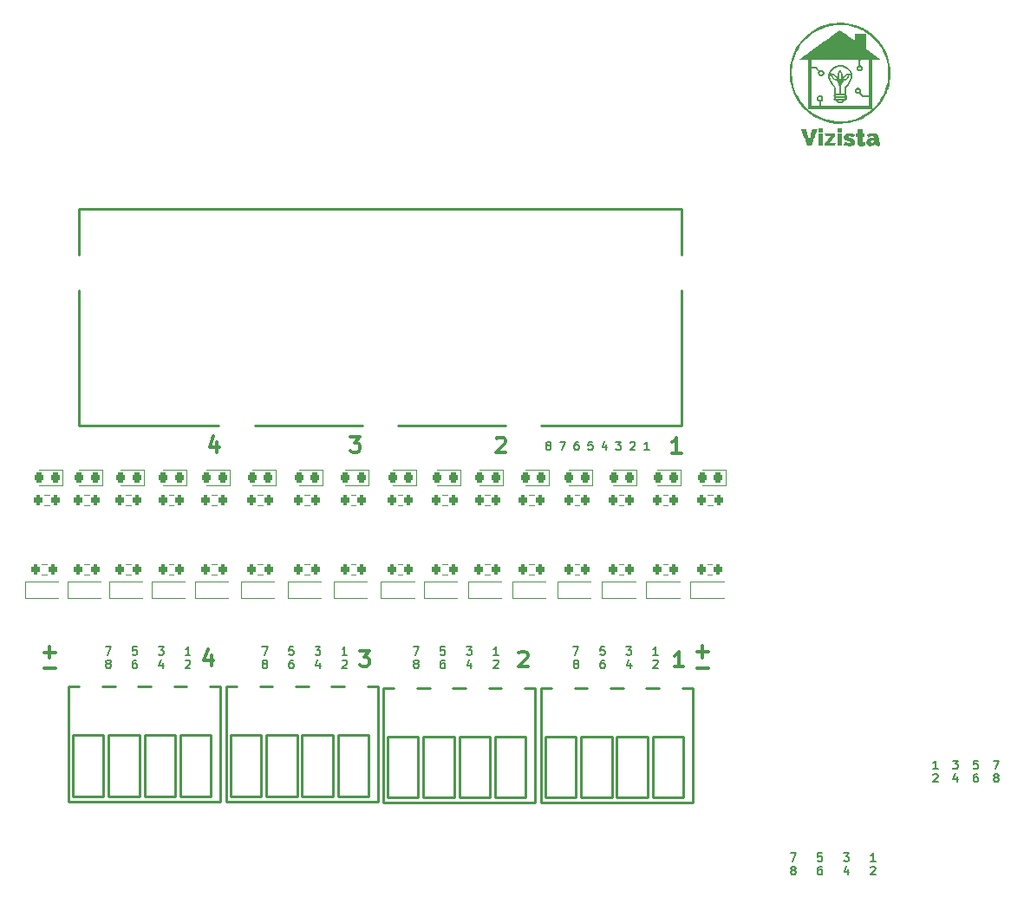
<source format=gbr>
%TF.GenerationSoftware,KiCad,Pcbnew,(6.0.9)*%
%TF.CreationDate,2023-11-10T22:20:32+05:30*%
%TF.ProjectId,RJ45-To-Terminal,524a3435-2d54-46f2-9d54-65726d696e61,2*%
%TF.SameCoordinates,Original*%
%TF.FileFunction,Legend,Top*%
%TF.FilePolarity,Positive*%
%FSLAX46Y46*%
G04 Gerber Fmt 4.6, Leading zero omitted, Abs format (unit mm)*
G04 Created by KiCad (PCBNEW (6.0.9)) date 2023-11-10 22:20:32*
%MOMM*%
%LPD*%
G01*
G04 APERTURE LIST*
G04 Aperture macros list*
%AMRoundRect*
0 Rectangle with rounded corners*
0 $1 Rounding radius*
0 $2 $3 $4 $5 $6 $7 $8 $9 X,Y pos of 4 corners*
0 Add a 4 corners polygon primitive as box body*
4,1,4,$2,$3,$4,$5,$6,$7,$8,$9,$2,$3,0*
0 Add four circle primitives for the rounded corners*
1,1,$1+$1,$2,$3*
1,1,$1+$1,$4,$5*
1,1,$1+$1,$6,$7*
1,1,$1+$1,$8,$9*
0 Add four rect primitives between the rounded corners*
20,1,$1+$1,$2,$3,$4,$5,0*
20,1,$1+$1,$4,$5,$6,$7,0*
20,1,$1+$1,$6,$7,$8,$9,0*
20,1,$1+$1,$8,$9,$2,$3,0*%
G04 Aperture macros list end*
%ADD10C,0.300000*%
%ADD11C,0.200000*%
%ADD12C,0.254000*%
%ADD13C,0.120000*%
%ADD14C,2.600000*%
%ADD15C,1.500000*%
%ADD16C,3.250000*%
%ADD17RoundRect,0.218750X0.218750X0.256250X-0.218750X0.256250X-0.218750X-0.256250X0.218750X-0.256250X0*%
%ADD18RoundRect,0.200000X-0.200000X-0.275000X0.200000X-0.275000X0.200000X0.275000X-0.200000X0.275000X0*%
%ADD19C,2.000000*%
%ADD20R,2.000000X1.100000*%
%ADD21R,0.800000X0.800000*%
G04 APERTURE END LIST*
D10*
X159346171Y-87002971D02*
X158489028Y-87002971D01*
X158917600Y-87002971D02*
X158917600Y-85502971D01*
X158774742Y-85717257D01*
X158631885Y-85860114D01*
X158489028Y-85931542D01*
X113280114Y-85850571D02*
X113280114Y-86850571D01*
X112922971Y-85279142D02*
X112565828Y-86350571D01*
X113494400Y-86350571D01*
X143299828Y-85645828D02*
X143371257Y-85574400D01*
X143514114Y-85502971D01*
X143871257Y-85502971D01*
X144014114Y-85574400D01*
X144085542Y-85645828D01*
X144156971Y-85788685D01*
X144156971Y-85931542D01*
X144085542Y-86145828D01*
X143228400Y-87002971D01*
X144156971Y-87002971D01*
X127785200Y-85452171D02*
X128713771Y-85452171D01*
X128213771Y-86023600D01*
X128428057Y-86023600D01*
X128570914Y-86095028D01*
X128642342Y-86166457D01*
X128713771Y-86309314D01*
X128713771Y-86666457D01*
X128642342Y-86809314D01*
X128570914Y-86880742D01*
X128428057Y-86952171D01*
X127999485Y-86952171D01*
X127856628Y-86880742D01*
X127785200Y-86809314D01*
D11*
X102949219Y-85039104D02*
X103482552Y-85039104D01*
X103139695Y-85839104D01*
X105996838Y-85039104D02*
X105615885Y-85039104D01*
X105577790Y-85420057D01*
X105615885Y-85381961D01*
X105692076Y-85343866D01*
X105882552Y-85343866D01*
X105958742Y-85381961D01*
X105996838Y-85420057D01*
X106034933Y-85496247D01*
X106034933Y-85686723D01*
X105996838Y-85762914D01*
X105958742Y-85801009D01*
X105882552Y-85839104D01*
X105692076Y-85839104D01*
X105615885Y-85801009D01*
X105577790Y-85762914D01*
X108130171Y-85039104D02*
X108625409Y-85039104D01*
X108358742Y-85343866D01*
X108473028Y-85343866D01*
X108549219Y-85381961D01*
X108587314Y-85420057D01*
X108625409Y-85496247D01*
X108625409Y-85686723D01*
X108587314Y-85762914D01*
X108549219Y-85801009D01*
X108473028Y-85839104D01*
X108244457Y-85839104D01*
X108168266Y-85801009D01*
X108130171Y-85762914D01*
X111215885Y-85839104D02*
X110758742Y-85839104D01*
X110987314Y-85839104D02*
X110987314Y-85039104D01*
X110911123Y-85153390D01*
X110834933Y-85229580D01*
X110758742Y-85267676D01*
X103139695Y-86669961D02*
X103063504Y-86631866D01*
X103025409Y-86593771D01*
X102987314Y-86517580D01*
X102987314Y-86479485D01*
X103025409Y-86403295D01*
X103063504Y-86365200D01*
X103139695Y-86327104D01*
X103292076Y-86327104D01*
X103368266Y-86365200D01*
X103406361Y-86403295D01*
X103444457Y-86479485D01*
X103444457Y-86517580D01*
X103406361Y-86593771D01*
X103368266Y-86631866D01*
X103292076Y-86669961D01*
X103139695Y-86669961D01*
X103063504Y-86708057D01*
X103025409Y-86746152D01*
X102987314Y-86822342D01*
X102987314Y-86974723D01*
X103025409Y-87050914D01*
X103063504Y-87089009D01*
X103139695Y-87127104D01*
X103292076Y-87127104D01*
X103368266Y-87089009D01*
X103406361Y-87050914D01*
X103444457Y-86974723D01*
X103444457Y-86822342D01*
X103406361Y-86746152D01*
X103368266Y-86708057D01*
X103292076Y-86669961D01*
X105958742Y-86327104D02*
X105806361Y-86327104D01*
X105730171Y-86365200D01*
X105692076Y-86403295D01*
X105615885Y-86517580D01*
X105577790Y-86669961D01*
X105577790Y-86974723D01*
X105615885Y-87050914D01*
X105653980Y-87089009D01*
X105730171Y-87127104D01*
X105882552Y-87127104D01*
X105958742Y-87089009D01*
X105996838Y-87050914D01*
X106034933Y-86974723D01*
X106034933Y-86784247D01*
X105996838Y-86708057D01*
X105958742Y-86669961D01*
X105882552Y-86631866D01*
X105730171Y-86631866D01*
X105653980Y-86669961D01*
X105615885Y-86708057D01*
X105577790Y-86784247D01*
X108549219Y-86593771D02*
X108549219Y-87127104D01*
X108358742Y-86289009D02*
X108168266Y-86860438D01*
X108663504Y-86860438D01*
X110758742Y-86403295D02*
X110796838Y-86365200D01*
X110873028Y-86327104D01*
X111063504Y-86327104D01*
X111139695Y-86365200D01*
X111177790Y-86403295D01*
X111215885Y-86479485D01*
X111215885Y-86555676D01*
X111177790Y-86669961D01*
X110720647Y-87127104D01*
X111215885Y-87127104D01*
X118240019Y-85039104D02*
X118773352Y-85039104D01*
X118430495Y-85839104D01*
X121287638Y-85039104D02*
X120906685Y-85039104D01*
X120868590Y-85420057D01*
X120906685Y-85381961D01*
X120982876Y-85343866D01*
X121173352Y-85343866D01*
X121249542Y-85381961D01*
X121287638Y-85420057D01*
X121325733Y-85496247D01*
X121325733Y-85686723D01*
X121287638Y-85762914D01*
X121249542Y-85801009D01*
X121173352Y-85839104D01*
X120982876Y-85839104D01*
X120906685Y-85801009D01*
X120868590Y-85762914D01*
X123420971Y-85039104D02*
X123916209Y-85039104D01*
X123649542Y-85343866D01*
X123763828Y-85343866D01*
X123840019Y-85381961D01*
X123878114Y-85420057D01*
X123916209Y-85496247D01*
X123916209Y-85686723D01*
X123878114Y-85762914D01*
X123840019Y-85801009D01*
X123763828Y-85839104D01*
X123535257Y-85839104D01*
X123459066Y-85801009D01*
X123420971Y-85762914D01*
X126506685Y-85839104D02*
X126049542Y-85839104D01*
X126278114Y-85839104D02*
X126278114Y-85039104D01*
X126201923Y-85153390D01*
X126125733Y-85229580D01*
X126049542Y-85267676D01*
X118430495Y-86669961D02*
X118354304Y-86631866D01*
X118316209Y-86593771D01*
X118278114Y-86517580D01*
X118278114Y-86479485D01*
X118316209Y-86403295D01*
X118354304Y-86365200D01*
X118430495Y-86327104D01*
X118582876Y-86327104D01*
X118659066Y-86365200D01*
X118697161Y-86403295D01*
X118735257Y-86479485D01*
X118735257Y-86517580D01*
X118697161Y-86593771D01*
X118659066Y-86631866D01*
X118582876Y-86669961D01*
X118430495Y-86669961D01*
X118354304Y-86708057D01*
X118316209Y-86746152D01*
X118278114Y-86822342D01*
X118278114Y-86974723D01*
X118316209Y-87050914D01*
X118354304Y-87089009D01*
X118430495Y-87127104D01*
X118582876Y-87127104D01*
X118659066Y-87089009D01*
X118697161Y-87050914D01*
X118735257Y-86974723D01*
X118735257Y-86822342D01*
X118697161Y-86746152D01*
X118659066Y-86708057D01*
X118582876Y-86669961D01*
X121249542Y-86327104D02*
X121097161Y-86327104D01*
X121020971Y-86365200D01*
X120982876Y-86403295D01*
X120906685Y-86517580D01*
X120868590Y-86669961D01*
X120868590Y-86974723D01*
X120906685Y-87050914D01*
X120944780Y-87089009D01*
X121020971Y-87127104D01*
X121173352Y-87127104D01*
X121249542Y-87089009D01*
X121287638Y-87050914D01*
X121325733Y-86974723D01*
X121325733Y-86784247D01*
X121287638Y-86708057D01*
X121249542Y-86669961D01*
X121173352Y-86631866D01*
X121020971Y-86631866D01*
X120944780Y-86669961D01*
X120906685Y-86708057D01*
X120868590Y-86784247D01*
X123840019Y-86593771D02*
X123840019Y-87127104D01*
X123649542Y-86289009D02*
X123459066Y-86860438D01*
X123954304Y-86860438D01*
X126049542Y-86403295D02*
X126087638Y-86365200D01*
X126163828Y-86327104D01*
X126354304Y-86327104D01*
X126430495Y-86365200D01*
X126468590Y-86403295D01*
X126506685Y-86479485D01*
X126506685Y-86555676D01*
X126468590Y-86669961D01*
X126011447Y-87127104D01*
X126506685Y-87127104D01*
X133022819Y-85039104D02*
X133556152Y-85039104D01*
X133213295Y-85839104D01*
X136070438Y-85039104D02*
X135689485Y-85039104D01*
X135651390Y-85420057D01*
X135689485Y-85381961D01*
X135765676Y-85343866D01*
X135956152Y-85343866D01*
X136032342Y-85381961D01*
X136070438Y-85420057D01*
X136108533Y-85496247D01*
X136108533Y-85686723D01*
X136070438Y-85762914D01*
X136032342Y-85801009D01*
X135956152Y-85839104D01*
X135765676Y-85839104D01*
X135689485Y-85801009D01*
X135651390Y-85762914D01*
X138203771Y-85039104D02*
X138699009Y-85039104D01*
X138432342Y-85343866D01*
X138546628Y-85343866D01*
X138622819Y-85381961D01*
X138660914Y-85420057D01*
X138699009Y-85496247D01*
X138699009Y-85686723D01*
X138660914Y-85762914D01*
X138622819Y-85801009D01*
X138546628Y-85839104D01*
X138318057Y-85839104D01*
X138241866Y-85801009D01*
X138203771Y-85762914D01*
X141289485Y-85839104D02*
X140832342Y-85839104D01*
X141060914Y-85839104D02*
X141060914Y-85039104D01*
X140984723Y-85153390D01*
X140908533Y-85229580D01*
X140832342Y-85267676D01*
X133213295Y-86669961D02*
X133137104Y-86631866D01*
X133099009Y-86593771D01*
X133060914Y-86517580D01*
X133060914Y-86479485D01*
X133099009Y-86403295D01*
X133137104Y-86365200D01*
X133213295Y-86327104D01*
X133365676Y-86327104D01*
X133441866Y-86365200D01*
X133479961Y-86403295D01*
X133518057Y-86479485D01*
X133518057Y-86517580D01*
X133479961Y-86593771D01*
X133441866Y-86631866D01*
X133365676Y-86669961D01*
X133213295Y-86669961D01*
X133137104Y-86708057D01*
X133099009Y-86746152D01*
X133060914Y-86822342D01*
X133060914Y-86974723D01*
X133099009Y-87050914D01*
X133137104Y-87089009D01*
X133213295Y-87127104D01*
X133365676Y-87127104D01*
X133441866Y-87089009D01*
X133479961Y-87050914D01*
X133518057Y-86974723D01*
X133518057Y-86822342D01*
X133479961Y-86746152D01*
X133441866Y-86708057D01*
X133365676Y-86669961D01*
X136032342Y-86327104D02*
X135879961Y-86327104D01*
X135803771Y-86365200D01*
X135765676Y-86403295D01*
X135689485Y-86517580D01*
X135651390Y-86669961D01*
X135651390Y-86974723D01*
X135689485Y-87050914D01*
X135727580Y-87089009D01*
X135803771Y-87127104D01*
X135956152Y-87127104D01*
X136032342Y-87089009D01*
X136070438Y-87050914D01*
X136108533Y-86974723D01*
X136108533Y-86784247D01*
X136070438Y-86708057D01*
X136032342Y-86669961D01*
X135956152Y-86631866D01*
X135803771Y-86631866D01*
X135727580Y-86669961D01*
X135689485Y-86708057D01*
X135651390Y-86784247D01*
X138622819Y-86593771D02*
X138622819Y-87127104D01*
X138432342Y-86289009D02*
X138241866Y-86860438D01*
X138737104Y-86860438D01*
X140832342Y-86403295D02*
X140870438Y-86365200D01*
X140946628Y-86327104D01*
X141137104Y-86327104D01*
X141213295Y-86365200D01*
X141251390Y-86403295D01*
X141289485Y-86479485D01*
X141289485Y-86555676D01*
X141251390Y-86669961D01*
X140794247Y-87127104D01*
X141289485Y-87127104D01*
X148618419Y-85039104D02*
X149151752Y-85039104D01*
X148808895Y-85839104D01*
X151666038Y-85039104D02*
X151285085Y-85039104D01*
X151246990Y-85420057D01*
X151285085Y-85381961D01*
X151361276Y-85343866D01*
X151551752Y-85343866D01*
X151627942Y-85381961D01*
X151666038Y-85420057D01*
X151704133Y-85496247D01*
X151704133Y-85686723D01*
X151666038Y-85762914D01*
X151627942Y-85801009D01*
X151551752Y-85839104D01*
X151361276Y-85839104D01*
X151285085Y-85801009D01*
X151246990Y-85762914D01*
X153799371Y-85039104D02*
X154294609Y-85039104D01*
X154027942Y-85343866D01*
X154142228Y-85343866D01*
X154218419Y-85381961D01*
X154256514Y-85420057D01*
X154294609Y-85496247D01*
X154294609Y-85686723D01*
X154256514Y-85762914D01*
X154218419Y-85801009D01*
X154142228Y-85839104D01*
X153913657Y-85839104D01*
X153837466Y-85801009D01*
X153799371Y-85762914D01*
X156885085Y-85839104D02*
X156427942Y-85839104D01*
X156656514Y-85839104D02*
X156656514Y-85039104D01*
X156580323Y-85153390D01*
X156504133Y-85229580D01*
X156427942Y-85267676D01*
X148808895Y-86669961D02*
X148732704Y-86631866D01*
X148694609Y-86593771D01*
X148656514Y-86517580D01*
X148656514Y-86479485D01*
X148694609Y-86403295D01*
X148732704Y-86365200D01*
X148808895Y-86327104D01*
X148961276Y-86327104D01*
X149037466Y-86365200D01*
X149075561Y-86403295D01*
X149113657Y-86479485D01*
X149113657Y-86517580D01*
X149075561Y-86593771D01*
X149037466Y-86631866D01*
X148961276Y-86669961D01*
X148808895Y-86669961D01*
X148732704Y-86708057D01*
X148694609Y-86746152D01*
X148656514Y-86822342D01*
X148656514Y-86974723D01*
X148694609Y-87050914D01*
X148732704Y-87089009D01*
X148808895Y-87127104D01*
X148961276Y-87127104D01*
X149037466Y-87089009D01*
X149075561Y-87050914D01*
X149113657Y-86974723D01*
X149113657Y-86822342D01*
X149075561Y-86746152D01*
X149037466Y-86708057D01*
X148961276Y-86669961D01*
X151627942Y-86327104D02*
X151475561Y-86327104D01*
X151399371Y-86365200D01*
X151361276Y-86403295D01*
X151285085Y-86517580D01*
X151246990Y-86669961D01*
X151246990Y-86974723D01*
X151285085Y-87050914D01*
X151323180Y-87089009D01*
X151399371Y-87127104D01*
X151551752Y-87127104D01*
X151627942Y-87089009D01*
X151666038Y-87050914D01*
X151704133Y-86974723D01*
X151704133Y-86784247D01*
X151666038Y-86708057D01*
X151627942Y-86669961D01*
X151551752Y-86631866D01*
X151399371Y-86631866D01*
X151323180Y-86669961D01*
X151285085Y-86708057D01*
X151246990Y-86784247D01*
X154218419Y-86593771D02*
X154218419Y-87127104D01*
X154027942Y-86289009D02*
X153837466Y-86860438D01*
X154332704Y-86860438D01*
X156427942Y-86403295D02*
X156466038Y-86365200D01*
X156542228Y-86327104D01*
X156732704Y-86327104D01*
X156808895Y-86365200D01*
X156846990Y-86403295D01*
X156885085Y-86479485D01*
X156885085Y-86555676D01*
X156846990Y-86669961D01*
X156389847Y-87127104D01*
X156885085Y-87127104D01*
X169852819Y-105206704D02*
X170386152Y-105206704D01*
X170043295Y-106006704D01*
X172900438Y-105206704D02*
X172519485Y-105206704D01*
X172481390Y-105587657D01*
X172519485Y-105549561D01*
X172595676Y-105511466D01*
X172786152Y-105511466D01*
X172862342Y-105549561D01*
X172900438Y-105587657D01*
X172938533Y-105663847D01*
X172938533Y-105854323D01*
X172900438Y-105930514D01*
X172862342Y-105968609D01*
X172786152Y-106006704D01*
X172595676Y-106006704D01*
X172519485Y-105968609D01*
X172481390Y-105930514D01*
X175033771Y-105206704D02*
X175529009Y-105206704D01*
X175262342Y-105511466D01*
X175376628Y-105511466D01*
X175452819Y-105549561D01*
X175490914Y-105587657D01*
X175529009Y-105663847D01*
X175529009Y-105854323D01*
X175490914Y-105930514D01*
X175452819Y-105968609D01*
X175376628Y-106006704D01*
X175148057Y-106006704D01*
X175071866Y-105968609D01*
X175033771Y-105930514D01*
X178119485Y-106006704D02*
X177662342Y-106006704D01*
X177890914Y-106006704D02*
X177890914Y-105206704D01*
X177814723Y-105320990D01*
X177738533Y-105397180D01*
X177662342Y-105435276D01*
X170043295Y-106837561D02*
X169967104Y-106799466D01*
X169929009Y-106761371D01*
X169890914Y-106685180D01*
X169890914Y-106647085D01*
X169929009Y-106570895D01*
X169967104Y-106532800D01*
X170043295Y-106494704D01*
X170195676Y-106494704D01*
X170271866Y-106532800D01*
X170309961Y-106570895D01*
X170348057Y-106647085D01*
X170348057Y-106685180D01*
X170309961Y-106761371D01*
X170271866Y-106799466D01*
X170195676Y-106837561D01*
X170043295Y-106837561D01*
X169967104Y-106875657D01*
X169929009Y-106913752D01*
X169890914Y-106989942D01*
X169890914Y-107142323D01*
X169929009Y-107218514D01*
X169967104Y-107256609D01*
X170043295Y-107294704D01*
X170195676Y-107294704D01*
X170271866Y-107256609D01*
X170309961Y-107218514D01*
X170348057Y-107142323D01*
X170348057Y-106989942D01*
X170309961Y-106913752D01*
X170271866Y-106875657D01*
X170195676Y-106837561D01*
X172862342Y-106494704D02*
X172709961Y-106494704D01*
X172633771Y-106532800D01*
X172595676Y-106570895D01*
X172519485Y-106685180D01*
X172481390Y-106837561D01*
X172481390Y-107142323D01*
X172519485Y-107218514D01*
X172557580Y-107256609D01*
X172633771Y-107294704D01*
X172786152Y-107294704D01*
X172862342Y-107256609D01*
X172900438Y-107218514D01*
X172938533Y-107142323D01*
X172938533Y-106951847D01*
X172900438Y-106875657D01*
X172862342Y-106837561D01*
X172786152Y-106799466D01*
X172633771Y-106799466D01*
X172557580Y-106837561D01*
X172519485Y-106875657D01*
X172481390Y-106951847D01*
X175452819Y-106761371D02*
X175452819Y-107294704D01*
X175262342Y-106456609D02*
X175071866Y-107028038D01*
X175567104Y-107028038D01*
X177662342Y-106570895D02*
X177700438Y-106532800D01*
X177776628Y-106494704D01*
X177967104Y-106494704D01*
X178043295Y-106532800D01*
X178081390Y-106570895D01*
X178119485Y-106647085D01*
X178119485Y-106723276D01*
X178081390Y-106837561D01*
X177624247Y-107294704D01*
X178119485Y-107294704D01*
X184204386Y-96956505D02*
X183747243Y-96956505D01*
X183975815Y-96956505D02*
X183975815Y-96156505D01*
X183899624Y-96270791D01*
X183823434Y-96346981D01*
X183747243Y-96385077D01*
X185690100Y-96156505D02*
X186185339Y-96156505D01*
X185918672Y-96461267D01*
X186032958Y-96461267D01*
X186109148Y-96499362D01*
X186147243Y-96537458D01*
X186185339Y-96613648D01*
X186185339Y-96804124D01*
X186147243Y-96880315D01*
X186109148Y-96918410D01*
X186032958Y-96956505D01*
X185804386Y-96956505D01*
X185728196Y-96918410D01*
X185690100Y-96880315D01*
X188128196Y-96156505D02*
X187747243Y-96156505D01*
X187709148Y-96537458D01*
X187747243Y-96499362D01*
X187823434Y-96461267D01*
X188013910Y-96461267D01*
X188090100Y-96499362D01*
X188128196Y-96537458D01*
X188166291Y-96613648D01*
X188166291Y-96804124D01*
X188128196Y-96880315D01*
X188090100Y-96918410D01*
X188013910Y-96956505D01*
X187823434Y-96956505D01*
X187747243Y-96918410D01*
X187709148Y-96880315D01*
X189652005Y-96156505D02*
X190185339Y-96156505D01*
X189842481Y-96956505D01*
X183747243Y-97520696D02*
X183785339Y-97482601D01*
X183861529Y-97444505D01*
X184052005Y-97444505D01*
X184128196Y-97482601D01*
X184166291Y-97520696D01*
X184204386Y-97596886D01*
X184204386Y-97673077D01*
X184166291Y-97787362D01*
X183709148Y-98244505D01*
X184204386Y-98244505D01*
X186109148Y-97711172D02*
X186109148Y-98244505D01*
X185918672Y-97406410D02*
X185728196Y-97977839D01*
X186223434Y-97977839D01*
X188090100Y-97444505D02*
X187937720Y-97444505D01*
X187861529Y-97482601D01*
X187823434Y-97520696D01*
X187747243Y-97634981D01*
X187709148Y-97787362D01*
X187709148Y-98092124D01*
X187747243Y-98168315D01*
X187785339Y-98206410D01*
X187861529Y-98244505D01*
X188013910Y-98244505D01*
X188090100Y-98206410D01*
X188128196Y-98168315D01*
X188166291Y-98092124D01*
X188166291Y-97901648D01*
X188128196Y-97825458D01*
X188090100Y-97787362D01*
X188013910Y-97749267D01*
X187861529Y-97749267D01*
X187785339Y-97787362D01*
X187747243Y-97825458D01*
X187709148Y-97901648D01*
X189842481Y-97787362D02*
X189766291Y-97749267D01*
X189728196Y-97711172D01*
X189690100Y-97634981D01*
X189690100Y-97596886D01*
X189728196Y-97520696D01*
X189766291Y-97482601D01*
X189842481Y-97444505D01*
X189994862Y-97444505D01*
X190071053Y-97482601D01*
X190109148Y-97520696D01*
X190147243Y-97596886D01*
X190147243Y-97634981D01*
X190109148Y-97711172D01*
X190071053Y-97749267D01*
X189994862Y-97787362D01*
X189842481Y-97787362D01*
X189766291Y-97825458D01*
X189728196Y-97863553D01*
X189690100Y-97939743D01*
X189690100Y-98092124D01*
X189728196Y-98168315D01*
X189766291Y-98206410D01*
X189842481Y-98244505D01*
X189994862Y-98244505D01*
X190071053Y-98206410D01*
X190109148Y-98168315D01*
X190147243Y-98092124D01*
X190147243Y-97939743D01*
X190109148Y-97863553D01*
X190071053Y-97825458D01*
X189994862Y-97787362D01*
X146116609Y-65350361D02*
X146040419Y-65312266D01*
X146002323Y-65274171D01*
X145964228Y-65197980D01*
X145964228Y-65159885D01*
X146002323Y-65083695D01*
X146040419Y-65045600D01*
X146116609Y-65007504D01*
X146268990Y-65007504D01*
X146345180Y-65045600D01*
X146383276Y-65083695D01*
X146421371Y-65159885D01*
X146421371Y-65197980D01*
X146383276Y-65274171D01*
X146345180Y-65312266D01*
X146268990Y-65350361D01*
X146116609Y-65350361D01*
X146040419Y-65388457D01*
X146002323Y-65426552D01*
X145964228Y-65502742D01*
X145964228Y-65655123D01*
X146002323Y-65731314D01*
X146040419Y-65769409D01*
X146116609Y-65807504D01*
X146268990Y-65807504D01*
X146345180Y-65769409D01*
X146383276Y-65731314D01*
X146421371Y-65655123D01*
X146421371Y-65502742D01*
X146383276Y-65426552D01*
X146345180Y-65388457D01*
X146268990Y-65350361D01*
X147297561Y-65007504D02*
X147830895Y-65007504D01*
X147488038Y-65807504D01*
X149088038Y-65007504D02*
X148935657Y-65007504D01*
X148859466Y-65045600D01*
X148821371Y-65083695D01*
X148745180Y-65197980D01*
X148707085Y-65350361D01*
X148707085Y-65655123D01*
X148745180Y-65731314D01*
X148783276Y-65769409D01*
X148859466Y-65807504D01*
X149011847Y-65807504D01*
X149088038Y-65769409D01*
X149126133Y-65731314D01*
X149164228Y-65655123D01*
X149164228Y-65464647D01*
X149126133Y-65388457D01*
X149088038Y-65350361D01*
X149011847Y-65312266D01*
X148859466Y-65312266D01*
X148783276Y-65350361D01*
X148745180Y-65388457D01*
X148707085Y-65464647D01*
X150497561Y-65007504D02*
X150116609Y-65007504D01*
X150078514Y-65388457D01*
X150116609Y-65350361D01*
X150192800Y-65312266D01*
X150383276Y-65312266D01*
X150459466Y-65350361D01*
X150497561Y-65388457D01*
X150535657Y-65464647D01*
X150535657Y-65655123D01*
X150497561Y-65731314D01*
X150459466Y-65769409D01*
X150383276Y-65807504D01*
X150192800Y-65807504D01*
X150116609Y-65769409D01*
X150078514Y-65731314D01*
X151830895Y-65274171D02*
X151830895Y-65807504D01*
X151640419Y-64969409D02*
X151449942Y-65540838D01*
X151945180Y-65540838D01*
X152783276Y-65007504D02*
X153278514Y-65007504D01*
X153011847Y-65312266D01*
X153126133Y-65312266D01*
X153202323Y-65350361D01*
X153240419Y-65388457D01*
X153278514Y-65464647D01*
X153278514Y-65655123D01*
X153240419Y-65731314D01*
X153202323Y-65769409D01*
X153126133Y-65807504D01*
X152897561Y-65807504D01*
X152821371Y-65769409D01*
X152783276Y-65731314D01*
X154192800Y-65083695D02*
X154230895Y-65045600D01*
X154307085Y-65007504D01*
X154497561Y-65007504D01*
X154573752Y-65045600D01*
X154611847Y-65083695D01*
X154649942Y-65159885D01*
X154649942Y-65236076D01*
X154611847Y-65350361D01*
X154154704Y-65807504D01*
X154649942Y-65807504D01*
X156021371Y-65807504D02*
X155564228Y-65807504D01*
X155792800Y-65807504D02*
X155792800Y-65007504D01*
X155716609Y-65121790D01*
X155640419Y-65197980D01*
X155564228Y-65236076D01*
D10*
X113838914Y-65022571D02*
X113838914Y-66022571D01*
X113481771Y-64451142D02*
X113124628Y-65522571D01*
X114053200Y-65522571D01*
X160682971Y-85517142D02*
X161825828Y-85517142D01*
X161254400Y-86088571D02*
X161254400Y-84945714D01*
X160682971Y-87091942D02*
X161825828Y-87091942D01*
X126870800Y-64522571D02*
X127799371Y-64522571D01*
X127299371Y-65094000D01*
X127513657Y-65094000D01*
X127656514Y-65165428D01*
X127727942Y-65236857D01*
X127799371Y-65379714D01*
X127799371Y-65736857D01*
X127727942Y-65879714D01*
X127656514Y-65951142D01*
X127513657Y-66022571D01*
X127085085Y-66022571D01*
X126942228Y-65951142D01*
X126870800Y-65879714D01*
X96928971Y-85567942D02*
X98071828Y-85567942D01*
X97500400Y-86139371D02*
X97500400Y-84996514D01*
X96928971Y-87142742D02*
X98071828Y-87142742D01*
X141115428Y-64716228D02*
X141186857Y-64644800D01*
X141329714Y-64573371D01*
X141686857Y-64573371D01*
X141829714Y-64644800D01*
X141901142Y-64716228D01*
X141972571Y-64859085D01*
X141972571Y-65001942D01*
X141901142Y-65216228D01*
X141044000Y-66073371D01*
X141972571Y-66073371D01*
X159142971Y-66124171D02*
X158285828Y-66124171D01*
X158714400Y-66124171D02*
X158714400Y-64624171D01*
X158571542Y-64838457D01*
X158428685Y-64981314D01*
X158285828Y-65052742D01*
%TO.C,G\u002A\u002A\u002A*%
G36*
X171092285Y-27680562D02*
G01*
X170635410Y-27675087D01*
X170781660Y-27571725D01*
X170836738Y-27532589D01*
X170924309Y-27470074D01*
X171043800Y-27384591D01*
X171194636Y-27276552D01*
X171376242Y-27146370D01*
X171588044Y-26994456D01*
X171829468Y-26821224D01*
X172099939Y-26627084D01*
X172398883Y-26412450D01*
X172725724Y-26177733D01*
X173079890Y-25923345D01*
X173460804Y-25649699D01*
X173581022Y-25563327D01*
X173764485Y-25431927D01*
X173938789Y-25307887D01*
X174101031Y-25193221D01*
X174248306Y-25089944D01*
X174377710Y-25000071D01*
X174486339Y-24925616D01*
X174571290Y-24868594D01*
X174629658Y-24831018D01*
X174658539Y-24814904D01*
X174660573Y-24814435D01*
X174684226Y-24826258D01*
X174737221Y-24859560D01*
X174815947Y-24911865D01*
X174916796Y-24980698D01*
X175036159Y-25063581D01*
X175170427Y-25158039D01*
X175315991Y-25261594D01*
X175398880Y-25321043D01*
X176101607Y-25826474D01*
X176111791Y-25487910D01*
X176121976Y-25149346D01*
X177221896Y-25149346D01*
X177234514Y-26636274D01*
X177380971Y-26739919D01*
X177432845Y-26776806D01*
X177512682Y-26833809D01*
X177615368Y-26907265D01*
X177735787Y-26993511D01*
X177868824Y-27088883D01*
X178009365Y-27189720D01*
X178106307Y-27259325D01*
X178685186Y-27675087D01*
X178243797Y-27680577D01*
X177802409Y-27686066D01*
X177801259Y-30022999D01*
X177800961Y-30406508D01*
X177800452Y-30750926D01*
X177799716Y-31057898D01*
X177798734Y-31329070D01*
X177797489Y-31566087D01*
X177795964Y-31770595D01*
X177794142Y-31944239D01*
X177792005Y-32088666D01*
X177789535Y-32205520D01*
X177786715Y-32296448D01*
X177783528Y-32363096D01*
X177779957Y-32407108D01*
X177775984Y-32430130D01*
X177775798Y-32430691D01*
X177745492Y-32485863D01*
X177704355Y-32525075D01*
X177700564Y-32527143D01*
X177685710Y-32530789D01*
X177655172Y-32534099D01*
X177607275Y-32537087D01*
X177540345Y-32539768D01*
X177452708Y-32542154D01*
X177342690Y-32544262D01*
X177208618Y-32546105D01*
X177048815Y-32547698D01*
X176861610Y-32549054D01*
X176645327Y-32550188D01*
X176398292Y-32551115D01*
X176118831Y-32551849D01*
X175805270Y-32552403D01*
X175455936Y-32552793D01*
X175069152Y-32553033D01*
X174658941Y-32553135D01*
X171668241Y-32553435D01*
X171608701Y-32493896D01*
X171549161Y-32434356D01*
X171549161Y-28377814D01*
X171895432Y-28377814D01*
X172352774Y-28377814D01*
X172500445Y-28524499D01*
X172648116Y-28671185D01*
X172800217Y-28672174D01*
X172879687Y-28673840D01*
X172931562Y-28680354D01*
X172968982Y-28695897D01*
X173005083Y-28724649D01*
X173025150Y-28743739D01*
X173090719Y-28830826D01*
X173121741Y-28925053D01*
X173121621Y-29019993D01*
X173093762Y-29109215D01*
X173041570Y-29186293D01*
X172968449Y-29244795D01*
X172877801Y-29278296D01*
X172773032Y-29280364D01*
X172743864Y-29274952D01*
X172642591Y-29233409D01*
X172568551Y-29163142D01*
X172523950Y-29067571D01*
X172513023Y-28968512D01*
X172669450Y-28968512D01*
X172686379Y-29018343D01*
X172727808Y-29067607D01*
X172779694Y-29102540D01*
X172814885Y-29111094D01*
X172861955Y-29097540D01*
X172907471Y-29066805D01*
X172947763Y-29006019D01*
X172950562Y-28941144D01*
X172916182Y-28881720D01*
X172900945Y-28868145D01*
X172852170Y-28838587D01*
X172809081Y-28825936D01*
X172808359Y-28825929D01*
X172761780Y-28842528D01*
X172714093Y-28882889D01*
X172679088Y-28932857D01*
X172669450Y-28968512D01*
X172513023Y-28968512D01*
X172510994Y-28950118D01*
X172513022Y-28917049D01*
X172524695Y-28792046D01*
X172397927Y-28666405D01*
X172271160Y-28540765D01*
X171895432Y-28540765D01*
X171895432Y-32207164D01*
X172608343Y-32207164D01*
X172608343Y-31768313D01*
X172539845Y-31731424D01*
X172468544Y-31672355D01*
X172414714Y-31587989D01*
X172386557Y-31492698D01*
X172385368Y-31474988D01*
X172567876Y-31474988D01*
X172576466Y-31534332D01*
X172583769Y-31549253D01*
X172620567Y-31579015D01*
X172675268Y-31599253D01*
X172725114Y-31602019D01*
X172730556Y-31600510D01*
X172770632Y-31578858D01*
X172796755Y-31559291D01*
X172825080Y-31511305D01*
X172830293Y-31447943D01*
X172812209Y-31387502D01*
X172798690Y-31368552D01*
X172747479Y-31338816D01*
X172681992Y-31333600D01*
X172620738Y-31353242D01*
X172604855Y-31365012D01*
X172578148Y-31411478D01*
X172567876Y-31474988D01*
X172385368Y-31474988D01*
X172384285Y-31458847D01*
X172403411Y-31364934D01*
X172456948Y-31274210D01*
X172533453Y-31200777D01*
X172606295Y-31168036D01*
X172696519Y-31156509D01*
X172787152Y-31166231D01*
X172861216Y-31197230D01*
X172865294Y-31200163D01*
X172944376Y-31272524D01*
X172989038Y-31350289D01*
X173005198Y-31444577D01*
X173005536Y-31463700D01*
X172991908Y-31568025D01*
X172947824Y-31650916D01*
X172868487Y-31720922D01*
X172856944Y-31728495D01*
X172793232Y-31769233D01*
X172792448Y-31988199D01*
X172791663Y-32207164D01*
X177456964Y-32207164D01*
X177451459Y-31784510D01*
X177445953Y-31361856D01*
X177166251Y-31351671D01*
X176886548Y-31341487D01*
X176718135Y-31174417D01*
X176645755Y-31103160D01*
X176594826Y-31056147D01*
X176557959Y-31028850D01*
X176527764Y-31016740D01*
X176496852Y-31015292D01*
X176464554Y-31019052D01*
X176385825Y-31019770D01*
X176308020Y-30995128D01*
X176291418Y-30987229D01*
X176202064Y-30928737D01*
X176146505Y-30854579D01*
X176118932Y-30756134D01*
X176116802Y-30736529D01*
X176283920Y-30736529D01*
X176285742Y-30743174D01*
X176323096Y-30803524D01*
X176380880Y-30836893D01*
X176447026Y-30840256D01*
X176509463Y-30810586D01*
X176519169Y-30801711D01*
X176554553Y-30743420D01*
X176556897Y-30682164D01*
X176532183Y-30626679D01*
X176486392Y-30585698D01*
X176425508Y-30567957D01*
X176365860Y-30577860D01*
X176317231Y-30615449D01*
X176286988Y-30674386D01*
X176283920Y-30736529D01*
X176116802Y-30736529D01*
X176115712Y-30726500D01*
X176113695Y-30653079D01*
X176125678Y-30598732D01*
X176156364Y-30542870D01*
X176158353Y-30539851D01*
X176234823Y-30458960D01*
X176332648Y-30408819D01*
X176426507Y-30394333D01*
X176528449Y-30412425D01*
X176615400Y-30461698D01*
X176682207Y-30534649D01*
X176723716Y-30623773D01*
X176734777Y-30721566D01*
X176713695Y-30812592D01*
X176681456Y-30889751D01*
X176981814Y-31190109D01*
X177213884Y-31184322D01*
X177445953Y-31178536D01*
X177445953Y-27715825D01*
X176671936Y-27715825D01*
X176666223Y-27964500D01*
X176660511Y-28213175D01*
X176720439Y-28244165D01*
X176807641Y-28309749D01*
X176864524Y-28395520D01*
X176889708Y-28493090D01*
X176881814Y-28594073D01*
X176839462Y-28690081D01*
X176801540Y-28737151D01*
X176711627Y-28803815D01*
X176611344Y-28834317D01*
X176508561Y-28828553D01*
X176411146Y-28786423D01*
X176357785Y-28742887D01*
X176293650Y-28653487D01*
X176265671Y-28555430D01*
X176267874Y-28523250D01*
X176437693Y-28523250D01*
X176451247Y-28570319D01*
X176481982Y-28615835D01*
X176542768Y-28656127D01*
X176607643Y-28658926D01*
X176667067Y-28624546D01*
X176680642Y-28609309D01*
X176710200Y-28560534D01*
X176722851Y-28517445D01*
X176722858Y-28516723D01*
X176706259Y-28470144D01*
X176665898Y-28422457D01*
X176615930Y-28387452D01*
X176580276Y-28377814D01*
X176530445Y-28394744D01*
X176481180Y-28436172D01*
X176446247Y-28488058D01*
X176437693Y-28523250D01*
X176267874Y-28523250D01*
X176272482Y-28455927D01*
X176312718Y-28362189D01*
X176385014Y-28281428D01*
X176453589Y-28236673D01*
X176473017Y-28224858D01*
X176485886Y-28208232D01*
X176493301Y-28179397D01*
X176496369Y-28130950D01*
X176496199Y-28055491D01*
X176494326Y-27964296D01*
X176488616Y-27715825D01*
X174192024Y-27710645D01*
X171895432Y-27705466D01*
X171895432Y-28377814D01*
X171549161Y-28377814D01*
X171549161Y-27686037D01*
X171092285Y-27680562D01*
G37*
G36*
X177323592Y-35490274D02*
G01*
X177396019Y-35422771D01*
X177498244Y-35366168D01*
X177504585Y-35363338D01*
X177609496Y-35331781D01*
X177734609Y-35316716D01*
X177862291Y-35319538D01*
X177929714Y-35329737D01*
X177979302Y-35338004D01*
X178000925Y-35331239D01*
X178006044Y-35304659D01*
X178006098Y-35297866D01*
X177998315Y-35240001D01*
X177970975Y-35201990D01*
X177918094Y-35180336D01*
X177833686Y-35171539D01*
X177788733Y-35170837D01*
X177699356Y-35173077D01*
X177634855Y-35182067D01*
X177579507Y-35201210D01*
X177529955Y-35226852D01*
X177474232Y-35257495D01*
X177434573Y-35277841D01*
X177422167Y-35282866D01*
X177410386Y-35265727D01*
X177387073Y-35220467D01*
X177356945Y-35156323D01*
X177352270Y-35145959D01*
X177321457Y-35074593D01*
X177308634Y-35025965D01*
X177318158Y-34991819D01*
X177354387Y-34963902D01*
X177421679Y-34933960D01*
X177475288Y-34912946D01*
X177584282Y-34882609D01*
X177717132Y-34863626D01*
X177858658Y-34856682D01*
X177993678Y-34862465D01*
X178107010Y-34881661D01*
X178115397Y-34884003D01*
X178231632Y-34929725D01*
X178321723Y-34994004D01*
X178388241Y-35081027D01*
X178433756Y-35194984D01*
X178460840Y-35340061D01*
X178470191Y-35461971D01*
X178475079Y-35562192D01*
X178480385Y-35629235D01*
X178487865Y-35670635D01*
X178499276Y-35693930D01*
X178516376Y-35706656D01*
X178528416Y-35711720D01*
X178551270Y-35722915D01*
X178565424Y-35741071D01*
X178572953Y-35774861D01*
X178575928Y-35832956D01*
X178576426Y-35912595D01*
X178574357Y-35994979D01*
X178568820Y-36061009D01*
X178560824Y-36100752D01*
X178556657Y-36107435D01*
X178516781Y-36118130D01*
X178450595Y-36123128D01*
X178372088Y-36122701D01*
X178295248Y-36117121D01*
X178234064Y-36106658D01*
X178216308Y-36100834D01*
X178155175Y-36056653D01*
X178118534Y-36003943D01*
X178085530Y-35934393D01*
X178010168Y-35994718D01*
X177898930Y-36065509D01*
X177778116Y-36111343D01*
X177658982Y-36129036D01*
X177568167Y-36119751D01*
X177446174Y-36071971D01*
X177349023Y-35999312D01*
X177279874Y-35907529D01*
X177241892Y-35802379D01*
X177238239Y-35689617D01*
X177248186Y-35655351D01*
X177664652Y-35655351D01*
X177665213Y-35708492D01*
X177693537Y-35754839D01*
X177740552Y-35781307D01*
X177808837Y-35791939D01*
X177881733Y-35785764D01*
X177931053Y-35768670D01*
X177982389Y-35731301D01*
X178003432Y-35681647D01*
X178005786Y-35646593D01*
X177998943Y-35606774D01*
X177973021Y-35582718D01*
X177920776Y-35570961D01*
X177841481Y-35568030D01*
X177757173Y-35579579D01*
X177696767Y-35610533D01*
X177664652Y-35655351D01*
X177248186Y-35655351D01*
X177270578Y-35578215D01*
X177323592Y-35490274D01*
G37*
G36*
X173005536Y-36107806D02*
G01*
X172800818Y-36113566D01*
X172713165Y-36114658D01*
X172641227Y-36112979D01*
X172594406Y-36108895D01*
X172581852Y-36105079D01*
X172578265Y-36081855D01*
X172575009Y-36023043D01*
X172572202Y-35933794D01*
X172569962Y-35819257D01*
X172568408Y-35684583D01*
X172567657Y-35534920D01*
X172567605Y-35483160D01*
X172567605Y-34875488D01*
X173016318Y-34875488D01*
X173005536Y-36107806D01*
G37*
G36*
X174197116Y-35143059D02*
G01*
X173932321Y-35457538D01*
X173852029Y-35553369D01*
X173781526Y-35638424D01*
X173724747Y-35707881D01*
X173685625Y-35756919D01*
X173668095Y-35780716D01*
X173667525Y-35782052D01*
X173686658Y-35785715D01*
X173739118Y-35788780D01*
X173817494Y-35790975D01*
X173914376Y-35792033D01*
X173943362Y-35792088D01*
X174219199Y-35792088D01*
X174213250Y-35949947D01*
X174207300Y-36107806D01*
X173706913Y-36113246D01*
X173568044Y-36114205D01*
X173442849Y-36114018D01*
X173337035Y-36112781D01*
X173256308Y-36110586D01*
X173206375Y-36107528D01*
X173192599Y-36104759D01*
X173185320Y-36078493D01*
X173180280Y-36024015D01*
X173178672Y-35962917D01*
X173178672Y-35835002D01*
X173454095Y-35508624D01*
X173729518Y-35182245D01*
X173469372Y-35176541D01*
X173209225Y-35170837D01*
X173203241Y-35023163D01*
X173197256Y-34875488D01*
X174197116Y-34875488D01*
X174197116Y-35143059D01*
G37*
G36*
X174838736Y-36107806D02*
G01*
X174634017Y-36113566D01*
X174546365Y-36114658D01*
X174474426Y-36112979D01*
X174427605Y-36108895D01*
X174415052Y-36105079D01*
X174411464Y-36081855D01*
X174408208Y-36023043D01*
X174405401Y-35933794D01*
X174403162Y-35819257D01*
X174401607Y-35684583D01*
X174400856Y-35534920D01*
X174400805Y-35483160D01*
X174400805Y-34875488D01*
X174849518Y-34875488D01*
X174838736Y-36107806D01*
G37*
G36*
X169751254Y-28611108D02*
G01*
X169806310Y-28177126D01*
X169898743Y-27748870D01*
X170027579Y-27330237D01*
X170191848Y-26925125D01*
X170390576Y-26537428D01*
X170559942Y-26262993D01*
X170778443Y-25964070D01*
X171030073Y-25671245D01*
X171307247Y-25392054D01*
X171602382Y-25134034D01*
X171907894Y-24904723D01*
X171966723Y-24864866D01*
X172222516Y-24709866D01*
X172508769Y-24563448D01*
X172815444Y-24429789D01*
X173132503Y-24313063D01*
X173449907Y-24217446D01*
X173628122Y-24173770D01*
X174057816Y-24098602D01*
X174491762Y-24063221D01*
X174927260Y-24067275D01*
X175361613Y-24110412D01*
X175792120Y-24192278D01*
X176216083Y-24312521D01*
X176630803Y-24470789D01*
X176911848Y-24602837D01*
X177295804Y-24820414D01*
X177657250Y-25071102D01*
X177994305Y-25352881D01*
X178305085Y-25663733D01*
X178587705Y-26001638D01*
X178840284Y-26364576D01*
X179060937Y-26750527D01*
X179210085Y-27067206D01*
X179352038Y-27437373D01*
X179459943Y-27809248D01*
X179534954Y-28189080D01*
X179578224Y-28583122D01*
X179590907Y-28997624D01*
X179589059Y-29121278D01*
X179570428Y-29486192D01*
X179531896Y-29823895D01*
X179471513Y-30143743D01*
X179387328Y-30455096D01*
X179277391Y-30767311D01*
X179213326Y-30923925D01*
X179021391Y-31323051D01*
X178796138Y-31700756D01*
X178539708Y-32055256D01*
X178254240Y-32384765D01*
X177941877Y-32687498D01*
X177604758Y-32961670D01*
X177245024Y-33205497D01*
X176864817Y-33417191D01*
X176466276Y-33594970D01*
X176051543Y-33737047D01*
X175745151Y-33816002D01*
X175528115Y-33856843D01*
X175285775Y-33889470D01*
X175030627Y-33913004D01*
X174775166Y-33926568D01*
X174531887Y-33929284D01*
X174313283Y-33920275D01*
X174288776Y-33918320D01*
X173834072Y-33860183D01*
X173393985Y-33764068D01*
X172968818Y-33630091D01*
X172558877Y-33458368D01*
X172164468Y-33249015D01*
X171785896Y-33002146D01*
X171693572Y-32934437D01*
X171566928Y-32833174D01*
X171424100Y-32708504D01*
X171274085Y-32569047D01*
X171125881Y-32423417D01*
X170988484Y-32280231D01*
X170870894Y-32148107D01*
X170864245Y-32140221D01*
X170611782Y-31808815D01*
X170387273Y-31450712D01*
X170192654Y-31070562D01*
X170029860Y-30673015D01*
X169900827Y-30262718D01*
X169807491Y-29844322D01*
X169757158Y-29480668D01*
X169736672Y-29087718D01*
X169963306Y-29087718D01*
X169980889Y-29445278D01*
X170022121Y-29789422D01*
X170086830Y-30110451D01*
X170091652Y-30129538D01*
X170221531Y-30558336D01*
X170386084Y-30965834D01*
X170584975Y-31351556D01*
X170817867Y-31715029D01*
X171084422Y-32055777D01*
X171384302Y-32373325D01*
X171717171Y-32667198D01*
X172082690Y-32936922D01*
X172088936Y-32941129D01*
X172217727Y-33021581D01*
X172373886Y-33109401D01*
X172546174Y-33198964D01*
X172723348Y-33284648D01*
X172894168Y-33360826D01*
X173047391Y-33421877D01*
X173056458Y-33425182D01*
X173471754Y-33554603D01*
X173894589Y-33645375D01*
X174321495Y-33697033D01*
X174749002Y-33709114D01*
X175059288Y-33692692D01*
X175274804Y-33667600D01*
X175509455Y-33629673D01*
X175745004Y-33582287D01*
X175963213Y-33528816D01*
X175999762Y-33518657D01*
X176295511Y-33420201D01*
X176601867Y-33291268D01*
X176909382Y-33136840D01*
X177208605Y-32961897D01*
X177490085Y-32771422D01*
X177650397Y-32648638D01*
X177763889Y-32550822D01*
X177893166Y-32428833D01*
X178029935Y-32291359D01*
X178165902Y-32147085D01*
X178292772Y-32004698D01*
X178402251Y-31872885D01*
X178448596Y-31812693D01*
X178687526Y-31458066D01*
X178894542Y-31080517D01*
X179067609Y-30684814D01*
X179204692Y-30275723D01*
X179303757Y-29858014D01*
X179318960Y-29773082D01*
X179351095Y-29526942D01*
X179369914Y-29255830D01*
X179375417Y-28972908D01*
X179367601Y-28691342D01*
X179346466Y-28424296D01*
X179319137Y-28225047D01*
X179225877Y-27794728D01*
X179095423Y-27379646D01*
X178929056Y-26981651D01*
X178728057Y-26602592D01*
X178493707Y-26244319D01*
X178227287Y-25908683D01*
X177930078Y-25597532D01*
X177603361Y-25312717D01*
X177248418Y-25056087D01*
X177031290Y-24921568D01*
X176650935Y-24722501D01*
X176257492Y-24560889D01*
X175853669Y-24436635D01*
X175442170Y-24349643D01*
X175025701Y-24299816D01*
X174606968Y-24287056D01*
X174188675Y-24311267D01*
X173773529Y-24372351D01*
X173364234Y-24470213D01*
X172963496Y-24604754D01*
X172574022Y-24775878D01*
X172198515Y-24983487D01*
X172016346Y-25101283D01*
X171679928Y-25353924D01*
X171367128Y-25637084D01*
X171080153Y-25947471D01*
X170821208Y-26281791D01*
X170592497Y-26636750D01*
X170396227Y-27009056D01*
X170234602Y-27395414D01*
X170109829Y-27792533D01*
X170054188Y-28031545D01*
X169999782Y-28371152D01*
X169969546Y-28726443D01*
X169963306Y-29087718D01*
X169736672Y-29087718D01*
X169734545Y-29046921D01*
X169751254Y-28611108D01*
G37*
G36*
X174232493Y-31687159D02*
G01*
X174156376Y-31658433D01*
X174093186Y-31611247D01*
X174053473Y-31565864D01*
X174038794Y-31525334D01*
X174042019Y-31471197D01*
X174220478Y-31471197D01*
X174224983Y-31489598D01*
X174227669Y-31494253D01*
X174251683Y-31501373D01*
X174309188Y-31507013D01*
X174392965Y-31511191D01*
X174495797Y-31513924D01*
X174610464Y-31515231D01*
X174729748Y-31515130D01*
X174846430Y-31513638D01*
X174953291Y-31510774D01*
X175043112Y-31506555D01*
X175108676Y-31500999D01*
X175142762Y-31494125D01*
X175145677Y-31491976D01*
X175150646Y-31473740D01*
X175137759Y-31459581D01*
X175103207Y-31449027D01*
X175043180Y-31441609D01*
X174953869Y-31436855D01*
X174831465Y-31434295D01*
X174672157Y-31433459D01*
X174671895Y-31433459D01*
X174518998Y-31433931D01*
X174402687Y-31435974D01*
X174318819Y-31440156D01*
X174263256Y-31447043D01*
X174231856Y-31457201D01*
X174220478Y-31471197D01*
X174042019Y-31471197D01*
X174042128Y-31469372D01*
X174042700Y-31465409D01*
X174052103Y-31392541D01*
X174054132Y-31338818D01*
X174048755Y-31283316D01*
X174042364Y-31242863D01*
X174041109Y-31217576D01*
X174217485Y-31217576D01*
X174232886Y-31250284D01*
X174242946Y-31256706D01*
X174274148Y-31261167D01*
X174337773Y-31264499D01*
X174426326Y-31266744D01*
X174532306Y-31267942D01*
X174648218Y-31268136D01*
X174766563Y-31267366D01*
X174879842Y-31265675D01*
X174980560Y-31263102D01*
X175061217Y-31259691D01*
X175114316Y-31255483D01*
X175131602Y-31251792D01*
X175148888Y-31225095D01*
X175145677Y-31211366D01*
X175122573Y-31202955D01*
X175064033Y-31196549D01*
X174968721Y-31192085D01*
X174835298Y-31189498D01*
X174674583Y-31188720D01*
X174523611Y-31189090D01*
X174408814Y-31190393D01*
X174325634Y-31192915D01*
X174269514Y-31196946D01*
X174235895Y-31202771D01*
X174220221Y-31210680D01*
X174217485Y-31217576D01*
X174041109Y-31217576D01*
X174039156Y-31178235D01*
X174059873Y-31124935D01*
X174075964Y-31101452D01*
X174122658Y-31038296D01*
X174090892Y-30727591D01*
X174059126Y-30416887D01*
X173894377Y-30186645D01*
X173759202Y-29986563D01*
X173655111Y-29806015D01*
X173580433Y-29640313D01*
X173533494Y-29484772D01*
X173514786Y-29350265D01*
X173692740Y-29350265D01*
X173711177Y-29474950D01*
X173750702Y-29603304D01*
X173813562Y-29741045D01*
X173902005Y-29893893D01*
X174018280Y-30067566D01*
X174033301Y-30088800D01*
X174106357Y-30192795D01*
X174159279Y-30273654D01*
X174196018Y-30341097D01*
X174220529Y-30404842D01*
X174236763Y-30474607D01*
X174248673Y-30560113D01*
X174256979Y-30638760D01*
X174267385Y-30739273D01*
X174277431Y-30831110D01*
X174285851Y-30902983D01*
X174290669Y-30939201D01*
X174300806Y-31005400D01*
X174624863Y-31005400D01*
X174624629Y-30302674D01*
X174496687Y-30028438D01*
X174368744Y-29754203D01*
X174251339Y-29725548D01*
X174131706Y-29676338D01*
X174054076Y-29617621D01*
X174485678Y-29617621D01*
X174486955Y-29658807D01*
X174504761Y-29716735D01*
X174540919Y-29799966D01*
X174548479Y-29816095D01*
X174614678Y-29956402D01*
X174620768Y-29815976D01*
X174620879Y-29811417D01*
X174747076Y-29811417D01*
X174748441Y-29879533D01*
X174752017Y-29927998D01*
X174756967Y-29946218D01*
X174770360Y-29929474D01*
X174796098Y-29885511D01*
X174828687Y-29823733D01*
X174829673Y-29821783D01*
X174864935Y-29745340D01*
X174881153Y-29688545D01*
X174881824Y-29637110D01*
X174879287Y-29619209D01*
X174868857Y-29557481D01*
X175012535Y-29557481D01*
X175027308Y-29589725D01*
X175067827Y-29597477D01*
X175132963Y-29577339D01*
X175198276Y-29541262D01*
X175260919Y-29495232D01*
X175314951Y-29444967D01*
X175333259Y-29422967D01*
X175365493Y-29370313D01*
X175396374Y-29308015D01*
X175421091Y-29247678D01*
X175434831Y-29200907D01*
X175433961Y-29180123D01*
X175406115Y-29178392D01*
X175355886Y-29196535D01*
X175292869Y-29229188D01*
X175226659Y-29270988D01*
X175166852Y-29316570D01*
X175133989Y-29347799D01*
X175064745Y-29433119D01*
X175024637Y-29504146D01*
X175012535Y-29557481D01*
X174868857Y-29557481D01*
X174866085Y-29541072D01*
X174806581Y-29608844D01*
X174773665Y-29651081D01*
X174755696Y-29692387D01*
X174748307Y-29747636D01*
X174747076Y-29811417D01*
X174620879Y-29811417D01*
X174622625Y-29739416D01*
X174617784Y-29690243D01*
X174602941Y-29655250D01*
X174574791Y-29621226D01*
X174571079Y-29617329D01*
X174530664Y-29581476D01*
X174506223Y-29577284D01*
X174499102Y-29584620D01*
X174485678Y-29617621D01*
X174054076Y-29617621D01*
X174020098Y-29591921D01*
X173920973Y-29477669D01*
X173838788Y-29338957D01*
X173780626Y-29187971D01*
X173932157Y-29187971D01*
X173944434Y-29228897D01*
X173969428Y-29286140D01*
X174002576Y-29350665D01*
X174039320Y-29413437D01*
X174075097Y-29465419D01*
X174098303Y-29491657D01*
X174166529Y-29544806D01*
X174234569Y-29580730D01*
X174294086Y-29596753D01*
X174336744Y-29590199D01*
X174351353Y-29572906D01*
X174351071Y-29521760D01*
X174322357Y-29456848D01*
X174271431Y-29385825D01*
X174204515Y-29316347D01*
X174127827Y-29256069D01*
X174064718Y-29220125D01*
X174003451Y-29193558D01*
X173955152Y-29176219D01*
X173937157Y-29172399D01*
X173932157Y-29187971D01*
X173780626Y-29187971D01*
X173778002Y-29181158D01*
X173767389Y-29142222D01*
X173754532Y-29081013D01*
X173755894Y-29044274D01*
X173772364Y-29017980D01*
X173775472Y-29014786D01*
X173794889Y-29000013D01*
X173819956Y-28995916D01*
X173860071Y-29003659D01*
X173924631Y-29024402D01*
X173963452Y-29038036D01*
X174133956Y-29109347D01*
X174266503Y-29189137D01*
X174363246Y-29278764D01*
X174380515Y-29300717D01*
X174443444Y-29386074D01*
X174430210Y-29302660D01*
X174429648Y-29266263D01*
X174566970Y-29266263D01*
X174587381Y-29383114D01*
X174626056Y-29474799D01*
X174661325Y-29520588D01*
X174692722Y-29529742D01*
X174724959Y-29501224D01*
X174756802Y-29446071D01*
X174789699Y-29341491D01*
X174797881Y-29216376D01*
X174781525Y-29082439D01*
X174749685Y-28973604D01*
X174723196Y-28909315D01*
X174700351Y-28863551D01*
X174686201Y-28846298D01*
X174668858Y-28864149D01*
X174645018Y-28910489D01*
X174618877Y-28974494D01*
X174594629Y-29045344D01*
X174576470Y-29112217D01*
X174570348Y-29145151D01*
X174566970Y-29266263D01*
X174429648Y-29266263D01*
X174428445Y-29188413D01*
X174454203Y-29052033D01*
X174505981Y-28899969D01*
X174544492Y-28813055D01*
X174594494Y-28715927D01*
X174636891Y-28655045D01*
X174675406Y-28630836D01*
X174713760Y-28643723D01*
X174755676Y-28694131D01*
X174804877Y-28782485D01*
X174835866Y-28846298D01*
X174877076Y-28938219D01*
X174902749Y-29011729D01*
X174917294Y-29083941D01*
X174925118Y-29171966D01*
X174926530Y-29198248D01*
X174935435Y-29377063D01*
X174994402Y-29296880D01*
X175087400Y-29201687D01*
X175217235Y-29117555D01*
X175381077Y-29046259D01*
X175408584Y-29036724D01*
X175487386Y-29011138D01*
X175537391Y-28998499D01*
X175568072Y-28997796D01*
X175588903Y-29008016D01*
X175598148Y-29016468D01*
X175615200Y-29038161D01*
X175619721Y-29064684D01*
X175611369Y-29107813D01*
X175593804Y-29166618D01*
X175520876Y-29352813D01*
X175430149Y-29502578D01*
X175321277Y-29616294D01*
X175193915Y-29694341D01*
X175080776Y-29730859D01*
X175055043Y-29738937D01*
X175032035Y-29754713D01*
X175007924Y-29783889D01*
X174978878Y-29832171D01*
X174941067Y-29905260D01*
X174890659Y-30008860D01*
X174882180Y-30026537D01*
X174747076Y-30308497D01*
X174747076Y-31005400D01*
X174910027Y-31005400D01*
X174999194Y-31003176D01*
X175052087Y-30996065D01*
X175072950Y-30983406D01*
X175073660Y-30979939D01*
X175075691Y-30951355D01*
X175080804Y-30890239D01*
X175088305Y-30804620D01*
X175097496Y-30702530D01*
X175101059Y-30663575D01*
X175127777Y-30372672D01*
X175227683Y-30230465D01*
X175327819Y-30087471D01*
X175407246Y-29972727D01*
X175469033Y-29881403D01*
X175516247Y-29808672D01*
X175551958Y-29749704D01*
X175579233Y-29699671D01*
X175601141Y-29653744D01*
X175615393Y-29620316D01*
X175661035Y-29467894D01*
X175681332Y-29303537D01*
X175675266Y-29142506D01*
X175654220Y-29037942D01*
X175587485Y-28875309D01*
X175489633Y-28733365D01*
X175365442Y-28613531D01*
X175219689Y-28517230D01*
X175057151Y-28445884D01*
X174882607Y-28400916D01*
X174700833Y-28383747D01*
X174516607Y-28395801D01*
X174334707Y-28438499D01*
X174159909Y-28513263D01*
X174071317Y-28566688D01*
X173926910Y-28686980D01*
X173815501Y-28830525D01*
X173738544Y-28994800D01*
X173697492Y-29177281D01*
X173693142Y-29223530D01*
X173692740Y-29350265D01*
X173514786Y-29350265D01*
X173512622Y-29334706D01*
X173516146Y-29185427D01*
X173521487Y-29141647D01*
X173569238Y-28946222D01*
X173652658Y-28766602D01*
X173768653Y-28606054D01*
X173914132Y-28467846D01*
X174086002Y-28355244D01*
X174281172Y-28271515D01*
X174369439Y-28245722D01*
X174446859Y-28231581D01*
X174547098Y-28220849D01*
X174652270Y-28215274D01*
X174685566Y-28214863D01*
X174917825Y-28232705D01*
X175130578Y-28286283D01*
X175324012Y-28375669D01*
X175498315Y-28500939D01*
X175562202Y-28560590D01*
X175691831Y-28717413D01*
X175785183Y-28889622D01*
X175841861Y-29073314D01*
X175861470Y-29264586D01*
X175843615Y-29459537D01*
X175787899Y-29654264D01*
X175693928Y-29844864D01*
X175692601Y-29847054D01*
X175646133Y-29919616D01*
X175585282Y-30009280D01*
X175520467Y-30100834D01*
X175494802Y-30135876D01*
X175423981Y-30232085D01*
X175372686Y-30306733D01*
X175337119Y-30370026D01*
X175313480Y-30432172D01*
X175297969Y-30503376D01*
X175286786Y-30593847D01*
X175276133Y-30713791D01*
X175275094Y-30726097D01*
X175265463Y-30842707D01*
X175259751Y-30926501D01*
X175258377Y-30985250D01*
X175261762Y-31026726D01*
X175270327Y-31058700D01*
X175284491Y-31088944D01*
X175295820Y-31109436D01*
X175327142Y-31181570D01*
X175330940Y-31244175D01*
X175328862Y-31256342D01*
X175318728Y-31317096D01*
X175317537Y-31369313D01*
X175325337Y-31434036D01*
X175329336Y-31458436D01*
X175333787Y-31508644D01*
X175321937Y-31546739D01*
X175287251Y-31589304D01*
X175271402Y-31605436D01*
X175186439Y-31667874D01*
X175121519Y-31689032D01*
X175060720Y-31707067D01*
X175022655Y-31743967D01*
X175010200Y-31766090D01*
X174960888Y-31838527D01*
X174894383Y-31886536D01*
X174803867Y-31913294D01*
X174682520Y-31921983D01*
X174675785Y-31922000D01*
X174585368Y-31920057D01*
X174523060Y-31912604D01*
X174476351Y-31897204D01*
X174439463Y-31875977D01*
X174385515Y-31828723D01*
X174343710Y-31773010D01*
X174339698Y-31765185D01*
X174306423Y-31716554D01*
X174290462Y-31708783D01*
X174502649Y-31708783D01*
X174520935Y-31728736D01*
X174568191Y-31742807D01*
X174633013Y-31750552D01*
X174703996Y-31751527D01*
X174769739Y-31745287D01*
X174818836Y-31731388D01*
X174833342Y-31721668D01*
X174835449Y-31709879D01*
X174810150Y-31702489D01*
X174752719Y-31698768D01*
X174679859Y-31697942D01*
X174600611Y-31699094D01*
X174539659Y-31702172D01*
X174506247Y-31706611D01*
X174502649Y-31708783D01*
X174290462Y-31708783D01*
X174256309Y-31692155D01*
X174232493Y-31687159D01*
G37*
G36*
X172334432Y-34448760D02*
G01*
X172405975Y-34452167D01*
X172446555Y-34458495D01*
X172461039Y-34468272D01*
X172460641Y-34473203D01*
X172451765Y-34497257D01*
X172430347Y-34555402D01*
X172397909Y-34643496D01*
X172355977Y-34757396D01*
X172306076Y-34892963D01*
X172249730Y-35046055D01*
X172188463Y-35212529D01*
X172158831Y-35293050D01*
X172095575Y-35463949D01*
X172036017Y-35622948D01*
X171981740Y-35765971D01*
X171934321Y-35888937D01*
X171895341Y-35987768D01*
X171866381Y-36058385D01*
X171849019Y-36096708D01*
X171845320Y-36102402D01*
X171811850Y-36111810D01*
X171752221Y-36116977D01*
X171678248Y-36118186D01*
X171601746Y-36115721D01*
X171534531Y-36109868D01*
X171488418Y-36100909D01*
X171475322Y-36093498D01*
X171465170Y-36069713D01*
X171442393Y-36011836D01*
X171408551Y-35923963D01*
X171365200Y-35810192D01*
X171313898Y-35674620D01*
X171256205Y-35521343D01*
X171193676Y-35354459D01*
X171159695Y-35263466D01*
X170859206Y-34457926D01*
X171094879Y-34452164D01*
X171188348Y-34450537D01*
X171265703Y-34450435D01*
X171318572Y-34451784D01*
X171338455Y-34454304D01*
X171346133Y-34475152D01*
X171363763Y-34529911D01*
X171389754Y-34613427D01*
X171422519Y-34720541D01*
X171460467Y-34846098D01*
X171502009Y-34984940D01*
X171502094Y-34985227D01*
X171543671Y-35122667D01*
X171582063Y-35245427D01*
X171615647Y-35348642D01*
X171642799Y-35427453D01*
X171661897Y-35476998D01*
X171671316Y-35492415D01*
X171671424Y-35492308D01*
X171680546Y-35469185D01*
X171699258Y-35412231D01*
X171725922Y-35326773D01*
X171758900Y-35218140D01*
X171796552Y-35091659D01*
X171834510Y-34962056D01*
X171984002Y-34447742D01*
X172227061Y-34447742D01*
X172334432Y-34448760D01*
G37*
G36*
X176849399Y-34676892D02*
G01*
X176855256Y-34865304D01*
X176962192Y-34871461D01*
X177069129Y-34877617D01*
X177069129Y-35221759D01*
X176843778Y-35221759D01*
X176849517Y-35461094D01*
X176855256Y-35700428D01*
X176975523Y-35700914D01*
X177095790Y-35701399D01*
X177133383Y-35860715D01*
X177149822Y-35936960D01*
X177160019Y-35997632D01*
X177162285Y-36032178D01*
X177161343Y-36035618D01*
X177135910Y-36050280D01*
X177081372Y-36069015D01*
X177008762Y-36088917D01*
X176929109Y-36107082D01*
X176853446Y-36120604D01*
X176824702Y-36124287D01*
X176746951Y-36126997D01*
X176670026Y-36121326D01*
X176655340Y-36118856D01*
X176548455Y-36078039D01*
X176462129Y-36002655D01*
X176428027Y-35953380D01*
X176412470Y-35921790D01*
X176401010Y-35883395D01*
X176392790Y-35831096D01*
X176386956Y-35757795D01*
X176382651Y-35656391D01*
X176379805Y-35553224D01*
X176371804Y-35221759D01*
X176234005Y-35221759D01*
X176234005Y-34878069D01*
X176300203Y-34871687D01*
X176366402Y-34865304D01*
X176372259Y-34676892D01*
X176378115Y-34488479D01*
X176843542Y-34488479D01*
X176849399Y-34676892D01*
G37*
G36*
X173015721Y-34773644D02*
G01*
X172567605Y-34773644D01*
X172567605Y-34407004D01*
X173015721Y-34407004D01*
X173015721Y-34773644D01*
G37*
G36*
X175637740Y-34859881D02*
G01*
X175734006Y-34869584D01*
X175834668Y-34887090D01*
X175930860Y-34909967D01*
X176013716Y-34935784D01*
X176074372Y-34962109D01*
X176103963Y-34986510D01*
X176104581Y-34987923D01*
X176099169Y-35015013D01*
X176077564Y-35064104D01*
X176046008Y-35124186D01*
X176010744Y-35184251D01*
X175978015Y-35233288D01*
X175954062Y-35260290D01*
X175948885Y-35262497D01*
X175923394Y-35255776D01*
X175870816Y-35238075D01*
X175802067Y-35213086D01*
X175795404Y-35210585D01*
X175689091Y-35177860D01*
X175596642Y-35163343D01*
X175524156Y-35166940D01*
X175477728Y-35188556D01*
X175463786Y-35215722D01*
X175465275Y-35242345D01*
X175484496Y-35261849D01*
X175529868Y-35280087D01*
X175575815Y-35293603D01*
X175748759Y-35344649D01*
X175885270Y-35392410D01*
X175989199Y-35439691D01*
X176064393Y-35489292D01*
X176114702Y-35544018D01*
X176143973Y-35606672D01*
X176156057Y-35680055D01*
X176156916Y-35716817D01*
X176141161Y-35838459D01*
X176094480Y-35936693D01*
X176014118Y-36015472D01*
X175907849Y-36074259D01*
X175814989Y-36103098D01*
X175700166Y-36122160D01*
X175581457Y-36129183D01*
X175500725Y-36125188D01*
X175394982Y-36109829D01*
X175287918Y-36088295D01*
X175187057Y-36062815D01*
X175099924Y-36035620D01*
X175034040Y-36008939D01*
X174996931Y-35985004D01*
X174991503Y-35974232D01*
X175001072Y-35947442D01*
X175026336Y-35896060D01*
X175062132Y-35830490D01*
X175067753Y-35820660D01*
X175115147Y-35745244D01*
X175150522Y-35705559D01*
X175174689Y-35698620D01*
X175207909Y-35710201D01*
X175267611Y-35731165D01*
X175341864Y-35757321D01*
X175354605Y-35761816D01*
X175457160Y-35791519D01*
X175552471Y-35807385D01*
X175633032Y-35809312D01*
X175691338Y-35797196D01*
X175719885Y-35770933D01*
X175720950Y-35766851D01*
X175721552Y-35748950D01*
X175712153Y-35733267D01*
X175687267Y-35717265D01*
X175641407Y-35698408D01*
X175569088Y-35674159D01*
X175464825Y-35641982D01*
X175424689Y-35629859D01*
X175319088Y-35595788D01*
X175242991Y-35564844D01*
X175185984Y-35532015D01*
X175137657Y-35492286D01*
X175136276Y-35490978D01*
X175067722Y-35401639D01*
X175037501Y-35303381D01*
X175045315Y-35200225D01*
X175090869Y-35096189D01*
X175172755Y-34996367D01*
X175252106Y-34930503D01*
X175335401Y-34887238D01*
X175432369Y-34863717D01*
X175552740Y-34857083D01*
X175637740Y-34859881D01*
G37*
G36*
X174848920Y-34773644D02*
G01*
X174400805Y-34773644D01*
X174400805Y-34407004D01*
X174848920Y-34407004D01*
X174848920Y-34773644D01*
G37*
D12*
%TO.C,RJ45-1*%
X159208400Y-42249400D02*
X100308400Y-42249400D01*
X100308400Y-50189400D02*
X100308400Y-63389400D01*
X159208400Y-50189400D02*
X159208400Y-63389400D01*
X100308400Y-42249400D02*
X100308400Y-46749400D01*
X142023400Y-63389400D02*
X131523400Y-63389400D01*
X127993400Y-63389400D02*
X117493400Y-63389400D01*
X114008400Y-63389400D02*
X100308400Y-63389400D01*
X159208400Y-42249400D02*
X159208400Y-46749400D01*
X159208400Y-63389400D02*
X145508400Y-63389400D01*
D13*
%TO.C,LED56*%
X117249000Y-69254000D02*
X119534000Y-69254000D01*
X119534000Y-69254000D02*
X119534000Y-67784000D01*
X119534000Y-67784000D02*
X117249000Y-67784000D01*
%TO.C,TH59*%
X131480742Y-77990900D02*
X131955258Y-77990900D01*
X131480742Y-76945900D02*
X131955258Y-76945900D01*
D12*
%TO.C,J11*%
X99346000Y-100137300D02*
X99346000Y-88937300D01*
X113246000Y-93687300D02*
X113246000Y-99686300D01*
X102746000Y-99686300D02*
X99746000Y-99686300D01*
X103246000Y-99686300D02*
X103246000Y-93687300D01*
X110246000Y-93687300D02*
X113246000Y-93687300D01*
X114146000Y-88937300D02*
X113121000Y-88937300D01*
X110871000Y-88937300D02*
X109621000Y-88937300D01*
X99746000Y-93687300D02*
X102746000Y-93687300D01*
X106746000Y-93687300D02*
X109746000Y-93687300D01*
X109746000Y-99686300D02*
X106746000Y-99686300D01*
X113246000Y-99686300D02*
X110246000Y-99686300D01*
X102746000Y-93687300D02*
X102746000Y-99686300D01*
X114146000Y-100137300D02*
X114146000Y-88937300D01*
X110246000Y-99686300D02*
X110246000Y-93687300D01*
X114146000Y-100137300D02*
X99346000Y-100137300D01*
X106246000Y-99686300D02*
X103246000Y-99686300D01*
X107371000Y-88937300D02*
X106121000Y-88937300D01*
X106246000Y-93687300D02*
X106246000Y-99686300D01*
X100371000Y-88937300D02*
X99346000Y-88937300D01*
X103871000Y-88937300D02*
X102621000Y-88937300D01*
X99746000Y-99686300D02*
X99746000Y-93687300D01*
X106746000Y-99686300D02*
X106746000Y-93687300D01*
X109746000Y-93687300D02*
X109746000Y-99686300D01*
X103246000Y-93687300D02*
X106246000Y-93687300D01*
D13*
%TO.C,D57*%
X120722150Y-78631000D02*
X123962150Y-78631000D01*
X120722150Y-78631000D02*
X120722150Y-80251000D01*
X120722150Y-80251000D02*
X123962150Y-80251000D01*
D12*
%TO.C,J12*%
X115763400Y-88937300D02*
X114738400Y-88937300D01*
X118638400Y-93687300D02*
X121638400Y-93687300D01*
X118638400Y-99686300D02*
X118638400Y-93687300D01*
X125138400Y-93687300D02*
X125138400Y-99686300D01*
X121638400Y-99686300D02*
X118638400Y-99686300D01*
X125638400Y-93687300D02*
X128638400Y-93687300D01*
X115138400Y-99686300D02*
X115138400Y-93687300D01*
X114738400Y-100137300D02*
X114738400Y-88937300D01*
X126263400Y-88937300D02*
X125013400Y-88937300D01*
X129538400Y-100137300D02*
X114738400Y-100137300D01*
X122138400Y-93687300D02*
X125138400Y-93687300D01*
X118138400Y-93687300D02*
X118138400Y-99686300D01*
X125138400Y-99686300D02*
X122138400Y-99686300D01*
X119263400Y-88937300D02*
X118013400Y-88937300D01*
X128638400Y-99686300D02*
X125638400Y-99686300D01*
X121638400Y-93687300D02*
X121638400Y-99686300D01*
X122763400Y-88937300D02*
X121513400Y-88937300D01*
X115138400Y-93687300D02*
X118138400Y-93687300D01*
X125638400Y-99686300D02*
X125638400Y-93687300D01*
X122138400Y-99686300D02*
X122138400Y-93687300D01*
X128638400Y-93687300D02*
X128638400Y-99686300D01*
X129538400Y-100137300D02*
X129538400Y-88937300D01*
X118138400Y-99686300D02*
X115138400Y-99686300D01*
X129538400Y-88937300D02*
X128513400Y-88937300D01*
D13*
%TO.C,D61*%
X138347000Y-78631000D02*
X141587000Y-78631000D01*
X138347000Y-78631000D02*
X138347000Y-80251000D01*
X138347000Y-80251000D02*
X141587000Y-80251000D01*
%TO.C,LED66*%
X161179800Y-69254000D02*
X163464800Y-69254000D01*
X163464800Y-69254000D02*
X163464800Y-67784000D01*
X163464800Y-67784000D02*
X161179800Y-67784000D01*
%TO.C,D63*%
X147079300Y-80251000D02*
X150319300Y-80251000D01*
X147079300Y-78631000D02*
X150319300Y-78631000D01*
X147079300Y-78631000D02*
X147079300Y-80251000D01*
%TO.C,LED60*%
X135294300Y-69254000D02*
X137579300Y-69254000D01*
X137579300Y-69254000D02*
X137579300Y-67784000D01*
X137579300Y-67784000D02*
X135294300Y-67784000D01*
%TO.C,R58*%
X126901242Y-70199200D02*
X127375758Y-70199200D01*
X126901242Y-71244200D02*
X127375758Y-71244200D01*
%TO.C,TH54*%
X109121242Y-77990900D02*
X109595758Y-77990900D01*
X109121242Y-76945900D02*
X109595758Y-76945900D01*
%TO.C,LED55*%
X115054500Y-67784000D02*
X112769500Y-67784000D01*
X115054500Y-69254000D02*
X115054500Y-67784000D01*
X112769500Y-69254000D02*
X115054500Y-69254000D01*
%TO.C,TH61*%
X139997242Y-76945900D02*
X140471758Y-76945900D01*
X139997242Y-77990900D02*
X140471758Y-77990900D01*
%TO.C,LED58*%
X128643500Y-67784000D02*
X126358500Y-67784000D01*
X128643500Y-69254000D02*
X128643500Y-67784000D01*
X126358500Y-69254000D02*
X128643500Y-69254000D01*
%TO.C,R61*%
X140004742Y-70199200D02*
X140479258Y-70199200D01*
X140004742Y-71244200D02*
X140479258Y-71244200D01*
%TO.C,LED63*%
X150479300Y-67784000D02*
X148194300Y-67784000D01*
X148194300Y-69254000D02*
X150479300Y-69254000D01*
X150479300Y-69254000D02*
X150479300Y-67784000D01*
%TO.C,LED65*%
X156853500Y-69254000D02*
X159138500Y-69254000D01*
X159138500Y-67784000D02*
X156853500Y-67784000D01*
X159138500Y-69254000D02*
X159138500Y-67784000D01*
%TO.C,D64*%
X151420500Y-78631000D02*
X151420500Y-80251000D01*
X151420500Y-80251000D02*
X154660500Y-80251000D01*
X151420500Y-78631000D02*
X154660500Y-78631000D01*
%TO.C,R60*%
X135837042Y-70199200D02*
X136311558Y-70199200D01*
X135837042Y-71244200D02*
X136311558Y-71244200D01*
%TO.C,LED57*%
X121821000Y-69254000D02*
X124106000Y-69254000D01*
X124106000Y-67784000D02*
X121821000Y-67784000D01*
X124106000Y-69254000D02*
X124106000Y-67784000D01*
%TO.C,D53*%
X103280000Y-80251000D02*
X106520000Y-80251000D01*
X103280000Y-78631000D02*
X103280000Y-80251000D01*
X103280000Y-78631000D02*
X106520000Y-78631000D01*
%TO.C,TH60*%
X135829542Y-77990900D02*
X136304058Y-77990900D01*
X135829542Y-76945900D02*
X136304058Y-76945900D01*
%TO.C,R53*%
X104930242Y-71244200D02*
X105404758Y-71244200D01*
X104930242Y-70199200D02*
X105404758Y-70199200D01*
%TO.C,TH56*%
X117798242Y-76945900D02*
X118272758Y-76945900D01*
X117798242Y-77990900D02*
X118272758Y-77990900D01*
%TO.C,LED53*%
X106707000Y-69254000D02*
X106707000Y-67784000D01*
X104422000Y-69254000D02*
X106707000Y-69254000D01*
X106707000Y-67784000D02*
X104422000Y-67784000D01*
%TO.C,R51*%
X96989142Y-71244200D02*
X97463658Y-71244200D01*
X96989142Y-70199200D02*
X97463658Y-70199200D01*
%TO.C,TH53*%
X104930242Y-77990900D02*
X105404758Y-77990900D01*
X104930242Y-76945900D02*
X105404758Y-76945900D01*
%TO.C,LED61*%
X141747000Y-69254000D02*
X141747000Y-67784000D01*
X141747000Y-67784000D02*
X139462000Y-67784000D01*
X139462000Y-69254000D02*
X141747000Y-69254000D01*
%TO.C,LED64*%
X154820500Y-69254000D02*
X154820500Y-67784000D01*
X152535500Y-69254000D02*
X154820500Y-69254000D01*
X154820500Y-67784000D02*
X152535500Y-67784000D01*
%TO.C,R54*%
X109121242Y-71244200D02*
X109595758Y-71244200D01*
X109121242Y-70199200D02*
X109595758Y-70199200D01*
%TO.C,TH57*%
X122372392Y-76945900D02*
X122846908Y-76945900D01*
X122372392Y-77990900D02*
X122846908Y-77990900D01*
%TO.C,D55*%
X111662000Y-78631000D02*
X111662000Y-80251000D01*
X111662000Y-78631000D02*
X114902000Y-78631000D01*
X111662000Y-80251000D02*
X114902000Y-80251000D01*
%TO.C,LED52*%
X100323500Y-69254000D02*
X102608500Y-69254000D01*
X102608500Y-67784000D02*
X100323500Y-67784000D01*
X102608500Y-69254000D02*
X102608500Y-67784000D01*
%TO.C,R65*%
X157396242Y-71244200D02*
X157870758Y-71244200D01*
X157396242Y-70199200D02*
X157870758Y-70199200D01*
%TO.C,TH66*%
X161715042Y-77990900D02*
X162189558Y-77990900D01*
X161715042Y-76945900D02*
X162189558Y-76945900D01*
%TO.C,TH55*%
X113312242Y-77990900D02*
X113786758Y-77990900D01*
X113312242Y-76945900D02*
X113786758Y-76945900D01*
%TO.C,TH58*%
X126901242Y-76945900D02*
X127375758Y-76945900D01*
X126901242Y-77990900D02*
X127375758Y-77990900D01*
%TO.C,R56*%
X117798242Y-71244200D02*
X118272758Y-71244200D01*
X117798242Y-70199200D02*
X118272758Y-70199200D01*
%TO.C,LED59*%
X130965000Y-69254000D02*
X133250000Y-69254000D01*
X133250000Y-67784000D02*
X130965000Y-67784000D01*
X133250000Y-69254000D02*
X133250000Y-67784000D01*
%TO.C,LED51*%
X98731400Y-67784000D02*
X96446400Y-67784000D01*
X98731400Y-69254000D02*
X98731400Y-67784000D01*
X96446400Y-69254000D02*
X98731400Y-69254000D01*
%TO.C,TH62*%
X144307742Y-77990900D02*
X144782258Y-77990900D01*
X144307742Y-76945900D02*
X144782258Y-76945900D01*
%TO.C,TH63*%
X148729542Y-77990900D02*
X149204058Y-77990900D01*
X148729542Y-76945900D02*
X149204058Y-76945900D01*
%TO.C,R64*%
X153078242Y-71244200D02*
X153552758Y-71244200D01*
X153078242Y-70199200D02*
X153552758Y-70199200D01*
%TO.C,D58*%
X125251000Y-78631000D02*
X128491000Y-78631000D01*
X125251000Y-80251000D02*
X128491000Y-80251000D01*
X125251000Y-78631000D02*
X125251000Y-80251000D01*
%TO.C,R62*%
X144315242Y-70199200D02*
X144789758Y-70199200D01*
X144315242Y-71244200D02*
X144789758Y-71244200D01*
%TO.C,D65*%
X155738500Y-80251000D02*
X158978500Y-80251000D01*
X155738500Y-78631000D02*
X158978500Y-78631000D01*
X155738500Y-78631000D02*
X155738500Y-80251000D01*
%TO.C,D60*%
X134030500Y-78631000D02*
X137270500Y-78631000D01*
X134030500Y-78631000D02*
X134030500Y-80251000D01*
X134030500Y-80251000D02*
X137270500Y-80251000D01*
%TO.C,D52*%
X99216000Y-78631000D02*
X102456000Y-78631000D01*
X99216000Y-80251000D02*
X102456000Y-80251000D01*
X99216000Y-78631000D02*
X99216000Y-80251000D01*
%TO.C,R66*%
X161722542Y-71244200D02*
X162197058Y-71244200D01*
X161722542Y-70199200D02*
X162197058Y-70199200D01*
%TO.C,D54*%
X107471000Y-78631000D02*
X110711000Y-78631000D01*
X107471000Y-80251000D02*
X110711000Y-80251000D01*
X107471000Y-78631000D02*
X107471000Y-80251000D01*
%TO.C,R57*%
X122372392Y-71244200D02*
X122846908Y-71244200D01*
X122372392Y-70199200D02*
X122846908Y-70199200D01*
%TO.C,R59*%
X131488242Y-71244200D02*
X131962758Y-71244200D01*
X131488242Y-70199200D02*
X131962758Y-70199200D01*
D12*
%TO.C,J14*%
X155872400Y-93788900D02*
X155872400Y-99787900D01*
X146497400Y-89038900D02*
X145472400Y-89038900D01*
X149372400Y-93788900D02*
X152372400Y-93788900D01*
X152372400Y-99787900D02*
X149372400Y-99787900D01*
X155872400Y-99787900D02*
X152872400Y-99787900D01*
X159372400Y-99787900D02*
X156372400Y-99787900D01*
X159372400Y-93788900D02*
X159372400Y-99787900D01*
X145872400Y-93788900D02*
X148872400Y-93788900D01*
X152872400Y-99787900D02*
X152872400Y-93788900D01*
X145472400Y-100238900D02*
X145472400Y-89038900D01*
X153497400Y-89038900D02*
X152247400Y-89038900D01*
X156372400Y-99787900D02*
X156372400Y-93788900D01*
X145872400Y-99787900D02*
X145872400Y-93788900D01*
X152872400Y-93788900D02*
X155872400Y-93788900D01*
X152372400Y-93788900D02*
X152372400Y-99787900D01*
X149372400Y-99787900D02*
X149372400Y-93788900D01*
X160272400Y-100238900D02*
X160272400Y-89038900D01*
X156997400Y-89038900D02*
X155747400Y-89038900D01*
X160272400Y-89038900D02*
X159247400Y-89038900D01*
X148872400Y-99787900D02*
X145872400Y-99787900D01*
X156372400Y-93788900D02*
X159372400Y-93788900D01*
X148872400Y-93788900D02*
X148872400Y-99787900D01*
X149997400Y-89038900D02*
X148747400Y-89038900D01*
X160272400Y-100238900D02*
X145472400Y-100238900D01*
%TO.C,J13*%
X137480000Y-93788900D02*
X140480000Y-93788900D01*
X138105000Y-89038900D02*
X136855000Y-89038900D01*
X143980000Y-99787900D02*
X140980000Y-99787900D01*
X133480000Y-99787900D02*
X130480000Y-99787900D01*
X143980000Y-93788900D02*
X143980000Y-99787900D01*
X131105000Y-89038900D02*
X130080000Y-89038900D01*
X133980000Y-99787900D02*
X133980000Y-93788900D01*
X130480000Y-93788900D02*
X133480000Y-93788900D01*
X144880000Y-100238900D02*
X144880000Y-89038900D01*
X140480000Y-99787900D02*
X137480000Y-99787900D01*
X144880000Y-89038900D02*
X143855000Y-89038900D01*
X133480000Y-93788900D02*
X133480000Y-99787900D01*
X136980000Y-99787900D02*
X133980000Y-99787900D01*
X140980000Y-99787900D02*
X140980000Y-93788900D01*
X140980000Y-93788900D02*
X143980000Y-93788900D01*
X140480000Y-93788900D02*
X140480000Y-99787900D01*
X137480000Y-99787900D02*
X137480000Y-93788900D01*
X134605000Y-89038900D02*
X133355000Y-89038900D01*
X130480000Y-99787900D02*
X130480000Y-93788900D01*
X136980000Y-93788900D02*
X136980000Y-99787900D01*
X133980000Y-93788900D02*
X136980000Y-93788900D01*
X144880000Y-100238900D02*
X130080000Y-100238900D01*
X130080000Y-100238900D02*
X130080000Y-89038900D01*
X141605000Y-89038900D02*
X140355000Y-89038900D01*
D13*
%TO.C,R55*%
X113312242Y-70199200D02*
X113786758Y-70199200D01*
X113312242Y-71244200D02*
X113786758Y-71244200D01*
%TO.C,TH51*%
X96729742Y-77990900D02*
X97204258Y-77990900D01*
X96729742Y-76945900D02*
X97204258Y-76945900D01*
%TO.C,R52*%
X100866242Y-70199200D02*
X101340758Y-70199200D01*
X100866242Y-71244200D02*
X101340758Y-71244200D01*
%TO.C,D59*%
X129830500Y-80251000D02*
X133070500Y-80251000D01*
X129830500Y-78631000D02*
X133070500Y-78631000D01*
X129830500Y-78631000D02*
X129830500Y-80251000D01*
%TO.C,D56*%
X116148000Y-78631000D02*
X119388000Y-78631000D01*
X116148000Y-80251000D02*
X119388000Y-80251000D01*
X116148000Y-78631000D02*
X116148000Y-80251000D01*
%TO.C,R63*%
X148737042Y-70199200D02*
X149211558Y-70199200D01*
X148737042Y-71244200D02*
X149211558Y-71244200D01*
%TO.C,LED62*%
X146204000Y-67784000D02*
X143919000Y-67784000D01*
X143919000Y-69254000D02*
X146204000Y-69254000D01*
X146204000Y-69254000D02*
X146204000Y-67784000D01*
%TO.C,LED54*%
X110863500Y-69254000D02*
X110863500Y-67784000D01*
X110863500Y-67784000D02*
X108578500Y-67784000D01*
X108578500Y-69254000D02*
X110863500Y-69254000D01*
%TO.C,TH65*%
X157388742Y-76945900D02*
X157863258Y-76945900D01*
X157388742Y-77990900D02*
X157863258Y-77990900D01*
%TO.C,D51*%
X95079500Y-78631000D02*
X98319500Y-78631000D01*
X95079500Y-80251000D02*
X98319500Y-80251000D01*
X95079500Y-78631000D02*
X95079500Y-80251000D01*
%TO.C,TH52*%
X100866242Y-76945900D02*
X101340758Y-76945900D01*
X100866242Y-77990900D02*
X101340758Y-77990900D01*
%TO.C,TH64*%
X153070742Y-76945900D02*
X153545258Y-76945900D01*
X153070742Y-77990900D02*
X153545258Y-77990900D01*
%TO.C,D66*%
X160064800Y-80251000D02*
X163304800Y-80251000D01*
X160064800Y-78631000D02*
X163304800Y-78631000D01*
X160064800Y-78631000D02*
X160064800Y-80251000D01*
%TO.C,D62*%
X142657500Y-80251000D02*
X145897500Y-80251000D01*
X142657500Y-78631000D02*
X142657500Y-80251000D01*
X142657500Y-78631000D02*
X145897500Y-78631000D01*
%TD*%
%LPC*%
D14*
%TO.C,RJ45-1*%
X143728400Y-63209400D03*
X129758400Y-63209400D03*
X159158400Y-48479400D03*
X100358400Y-48479400D03*
X115788400Y-63209400D03*
D15*
X104358400Y-61939400D03*
X105628400Y-59399400D03*
X106898400Y-61939400D03*
X108168400Y-59399400D03*
X109438400Y-61939400D03*
X110708400Y-59399400D03*
X111978400Y-61939400D03*
X113248400Y-59399400D03*
X118328400Y-61939400D03*
X119598400Y-59399400D03*
X120868400Y-61939400D03*
X122138400Y-59399400D03*
X123408400Y-61939400D03*
X124678400Y-59399400D03*
X125948400Y-61939400D03*
X127218400Y-59399400D03*
X132298400Y-61939400D03*
X133568400Y-59399400D03*
X134838400Y-61939400D03*
X136108400Y-59399400D03*
X137378400Y-61939400D03*
X138648400Y-59399400D03*
X139918400Y-61939400D03*
X141188400Y-59399400D03*
X146268400Y-61939400D03*
X147538400Y-59399400D03*
X148808400Y-61939400D03*
X150078400Y-59399400D03*
X151348400Y-61939400D03*
X152618400Y-59399400D03*
X153888400Y-61939400D03*
X155158400Y-59399400D03*
D16*
X103088400Y-53049400D03*
X156428400Y-53049400D03*
%TD*%
D17*
%TO.C,LED56*%
X118836500Y-68519000D03*
X117261500Y-68519000D03*
%TD*%
D18*
%TO.C,TH59*%
X130893000Y-77468400D03*
X132543000Y-77468400D03*
%TD*%
D19*
%TO.C,J11*%
X111996000Y-91937300D03*
X111996000Y-89437300D03*
X108496000Y-91937300D03*
X108496000Y-89437300D03*
X104996000Y-91937300D03*
X104996000Y-89437300D03*
X101496000Y-91937300D03*
X101496000Y-89437300D03*
%TD*%
D20*
%TO.C,D57*%
X121982150Y-79441000D03*
D21*
X123882150Y-79441000D03*
%TD*%
D19*
%TO.C,J12*%
X127388400Y-91937300D03*
X127388400Y-89437300D03*
X123888400Y-91937300D03*
X123888400Y-89437300D03*
X120388400Y-91937300D03*
X120388400Y-89437300D03*
X116888400Y-91937300D03*
X116888400Y-89437300D03*
%TD*%
D20*
%TO.C,D61*%
X139607000Y-79441000D03*
D21*
X141507000Y-79441000D03*
%TD*%
D17*
%TO.C,LED66*%
X162767300Y-68519000D03*
X161192300Y-68519000D03*
%TD*%
D20*
%TO.C,D63*%
X148339300Y-79441000D03*
D21*
X150239300Y-79441000D03*
%TD*%
D17*
%TO.C,LED60*%
X136881800Y-68519000D03*
X135306800Y-68519000D03*
%TD*%
D18*
%TO.C,R58*%
X126313500Y-70721700D03*
X127963500Y-70721700D03*
%TD*%
%TO.C,TH54*%
X108533500Y-77468400D03*
X110183500Y-77468400D03*
%TD*%
D17*
%TO.C,LED55*%
X114357000Y-68519000D03*
X112782000Y-68519000D03*
%TD*%
D18*
%TO.C,TH61*%
X139409500Y-77468400D03*
X141059500Y-77468400D03*
%TD*%
D17*
%TO.C,LED58*%
X127946000Y-68519000D03*
X126371000Y-68519000D03*
%TD*%
D18*
%TO.C,R61*%
X139417000Y-70721700D03*
X141067000Y-70721700D03*
%TD*%
D17*
%TO.C,LED63*%
X149781800Y-68519000D03*
X148206800Y-68519000D03*
%TD*%
%TO.C,LED65*%
X158441000Y-68519000D03*
X156866000Y-68519000D03*
%TD*%
D20*
%TO.C,D64*%
X152680500Y-79441000D03*
D21*
X154580500Y-79441000D03*
%TD*%
D18*
%TO.C,R60*%
X135249300Y-70721700D03*
X136899300Y-70721700D03*
%TD*%
D17*
%TO.C,LED57*%
X123408500Y-68519000D03*
X121833500Y-68519000D03*
%TD*%
D20*
%TO.C,D53*%
X104540000Y-79441000D03*
D21*
X106440000Y-79441000D03*
%TD*%
D18*
%TO.C,TH60*%
X135241800Y-77468400D03*
X136891800Y-77468400D03*
%TD*%
%TO.C,R53*%
X104342500Y-70721700D03*
X105992500Y-70721700D03*
%TD*%
%TO.C,TH56*%
X117210500Y-77468400D03*
X118860500Y-77468400D03*
%TD*%
D17*
%TO.C,LED53*%
X106009500Y-68519000D03*
X104434500Y-68519000D03*
%TD*%
D18*
%TO.C,R51*%
X96401400Y-70721700D03*
X98051400Y-70721700D03*
%TD*%
%TO.C,TH53*%
X104342500Y-77468400D03*
X105992500Y-77468400D03*
%TD*%
D17*
%TO.C,LED61*%
X141049500Y-68519000D03*
X139474500Y-68519000D03*
%TD*%
%TO.C,LED64*%
X154123000Y-68519000D03*
X152548000Y-68519000D03*
%TD*%
D18*
%TO.C,R54*%
X108533500Y-70721700D03*
X110183500Y-70721700D03*
%TD*%
%TO.C,TH57*%
X121784650Y-77468400D03*
X123434650Y-77468400D03*
%TD*%
D20*
%TO.C,D55*%
X112922000Y-79441000D03*
D21*
X114822000Y-79441000D03*
%TD*%
D17*
%TO.C,LED52*%
X101911000Y-68519000D03*
X100336000Y-68519000D03*
%TD*%
D18*
%TO.C,R65*%
X156808500Y-70721700D03*
X158458500Y-70721700D03*
%TD*%
%TO.C,TH66*%
X161127300Y-77468400D03*
X162777300Y-77468400D03*
%TD*%
%TO.C,TH55*%
X112724500Y-77468400D03*
X114374500Y-77468400D03*
%TD*%
%TO.C,TH58*%
X126313500Y-77468400D03*
X127963500Y-77468400D03*
%TD*%
%TO.C,R56*%
X117210500Y-70721700D03*
X118860500Y-70721700D03*
%TD*%
D17*
%TO.C,LED59*%
X132552500Y-68519000D03*
X130977500Y-68519000D03*
%TD*%
%TO.C,LED51*%
X98033900Y-68519000D03*
X96458900Y-68519000D03*
%TD*%
D18*
%TO.C,TH62*%
X143720000Y-77468400D03*
X145370000Y-77468400D03*
%TD*%
%TO.C,TH63*%
X148141800Y-77468400D03*
X149791800Y-77468400D03*
%TD*%
%TO.C,R64*%
X152490500Y-70721700D03*
X154140500Y-70721700D03*
%TD*%
D20*
%TO.C,D58*%
X126511000Y-79441000D03*
D21*
X128411000Y-79441000D03*
%TD*%
D18*
%TO.C,R62*%
X143727500Y-70721700D03*
X145377500Y-70721700D03*
%TD*%
D20*
%TO.C,D65*%
X156998500Y-79441000D03*
D21*
X158898500Y-79441000D03*
%TD*%
D20*
%TO.C,D60*%
X135290500Y-79441000D03*
D21*
X137190500Y-79441000D03*
%TD*%
D20*
%TO.C,D52*%
X100476000Y-79441000D03*
D21*
X102376000Y-79441000D03*
%TD*%
D18*
%TO.C,R66*%
X161134800Y-70721700D03*
X162784800Y-70721700D03*
%TD*%
D20*
%TO.C,D54*%
X108731000Y-79441000D03*
D21*
X110631000Y-79441000D03*
%TD*%
D18*
%TO.C,R57*%
X121784650Y-70721700D03*
X123434650Y-70721700D03*
%TD*%
%TO.C,R59*%
X130900500Y-70721700D03*
X132550500Y-70721700D03*
%TD*%
D19*
%TO.C,J14*%
X158122400Y-92038900D03*
X158122400Y-89538900D03*
X154622400Y-92038900D03*
X154622400Y-89538900D03*
X151122400Y-92038900D03*
X151122400Y-89538900D03*
X147622400Y-92038900D03*
X147622400Y-89538900D03*
%TD*%
%TO.C,J13*%
X142730000Y-92038900D03*
X142730000Y-89538900D03*
X139230000Y-92038900D03*
X139230000Y-89538900D03*
X135730000Y-92038900D03*
X135730000Y-89538900D03*
X132230000Y-92038900D03*
X132230000Y-89538900D03*
%TD*%
D18*
%TO.C,R55*%
X112724500Y-70721700D03*
X114374500Y-70721700D03*
%TD*%
%TO.C,TH51*%
X96142000Y-77468400D03*
X97792000Y-77468400D03*
%TD*%
%TO.C,R52*%
X100278500Y-70721700D03*
X101928500Y-70721700D03*
%TD*%
D20*
%TO.C,D59*%
X131090500Y-79441000D03*
D21*
X132990500Y-79441000D03*
%TD*%
D20*
%TO.C,D56*%
X117408000Y-79441000D03*
D21*
X119308000Y-79441000D03*
%TD*%
D18*
%TO.C,R63*%
X148149300Y-70721700D03*
X149799300Y-70721700D03*
%TD*%
D17*
%TO.C,LED62*%
X145506500Y-68519000D03*
X143931500Y-68519000D03*
%TD*%
%TO.C,LED54*%
X110166000Y-68519000D03*
X108591000Y-68519000D03*
%TD*%
D18*
%TO.C,TH65*%
X156801000Y-77468400D03*
X158451000Y-77468400D03*
%TD*%
D20*
%TO.C,D51*%
X96339500Y-79441000D03*
D21*
X98239500Y-79441000D03*
%TD*%
D18*
%TO.C,TH52*%
X100278500Y-77468400D03*
X101928500Y-77468400D03*
%TD*%
%TO.C,TH64*%
X152483000Y-77468400D03*
X154133000Y-77468400D03*
%TD*%
D20*
%TO.C,D66*%
X161324800Y-79441000D03*
D21*
X163224800Y-79441000D03*
%TD*%
D20*
%TO.C,D62*%
X143917500Y-79441000D03*
D21*
X145817500Y-79441000D03*
%TD*%
M02*

</source>
